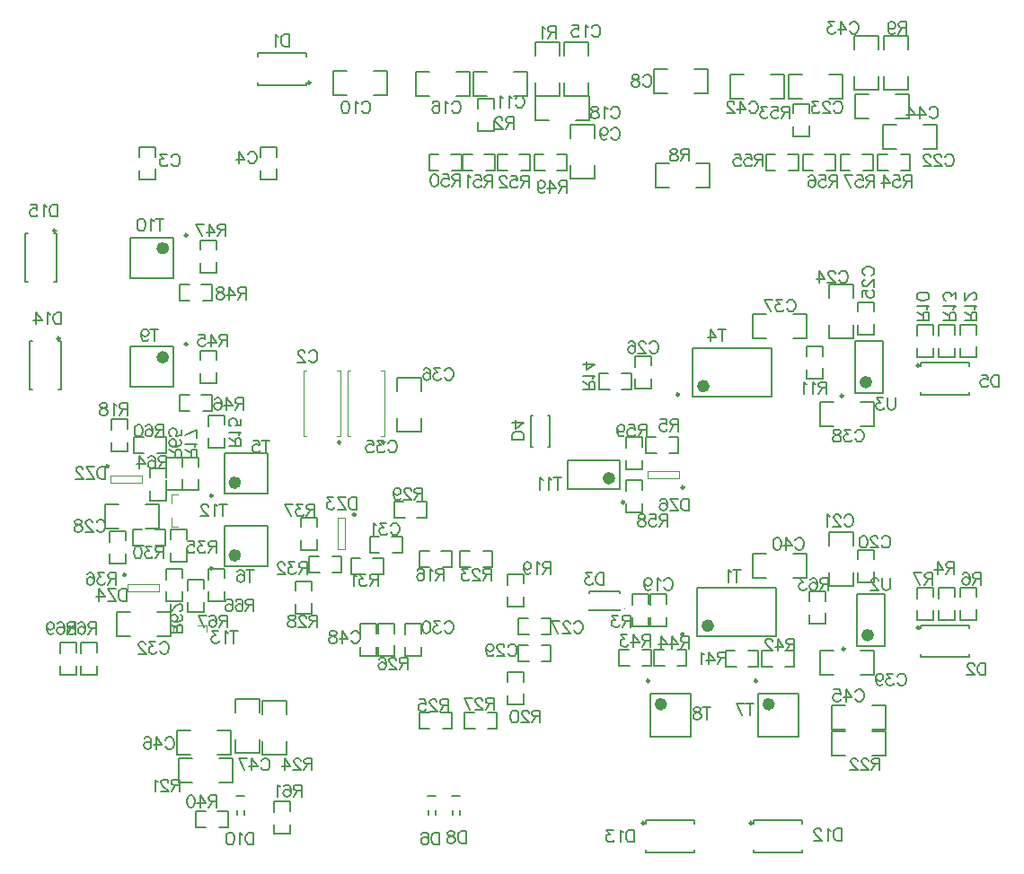
<source format=gbr>
G04 Layer_Color=32896*
%FSLAX26Y26*%
%MOIN*%
%TF.FileFunction,Legend,Bot*%
%TF.Part,Single*%
G01*
G75*
%TA.AperFunction,NonConductor*%
%ADD92C,0.009842*%
%ADD93C,0.023622*%
%ADD94C,0.003937*%
%ADD95C,0.008000*%
%ADD96C,0.004000*%
%ADD97C,0.005905*%
%ADD98C,0.007874*%
D92*
X2091968Y2896535D02*
G03*
X2091968Y2896535I-4921J0D01*
G01*
Y3166535D02*
G03*
X2091968Y3166535I-4921J0D01*
G01*
X1705709Y3275591D02*
G03*
X1705709Y3275591I-4921J0D01*
G01*
X1769055Y2872244D02*
G03*
X1769055Y2872244I-4921J0D01*
G01*
X2566329Y3364331D02*
G03*
X2566329Y3364331I-4921J0D01*
G01*
X2622165Y3095866D02*
G03*
X2622165Y3095866I-4921J0D01*
G01*
X2729882Y3364331D02*
G03*
X2729882Y3364331I-4921J0D01*
G01*
X1997874Y3728465D02*
G03*
X1997874Y3728465I-4921J0D01*
G01*
Y4133465D02*
G03*
X1997874Y4133465I-4921J0D01*
G01*
X2455000Y4700000D02*
G03*
X2455000Y4700000I-4921J0D01*
G01*
X1509921Y4150079D02*
G03*
X1509921Y4150079I-4921J0D01*
G01*
X1524921Y3750079D02*
G03*
X1524921Y3750079I-4921J0D01*
G01*
X3618386Y3141378D02*
G03*
X3618386Y3141378I-4921J0D01*
G01*
X3840787Y3196496D02*
G03*
X3840787Y3196496I-4921J0D01*
G01*
X3839410Y2651535D02*
G03*
X3839410Y2651535I-4921J0D01*
G01*
X4111457Y2477953D02*
G03*
X4111457Y2477953I-4921J0D01*
G01*
X3711457D02*
G03*
X3711457Y2477953I-4921J0D01*
G01*
X3694843Y1950000D02*
G03*
X3694843Y1950000I-4921J0D01*
G01*
X4094843D02*
G03*
X4094843Y1950000I-4921J0D01*
G01*
X4437559Y2596535D02*
G03*
X4437559Y2596535I-4921J0D01*
G01*
X4714843Y2675000D02*
G03*
X4714843Y2675000I-4921J0D01*
G01*
X4715010Y3650000D02*
G03*
X4715010Y3650000I-4921J0D01*
G01*
X4431063Y3536535D02*
G03*
X4431063Y3536535I-4921J0D01*
G01*
X3822333Y3541535D02*
G03*
X3822333Y3541535I-4921J0D01*
G01*
D93*
X2185472Y2944567D02*
G03*
X2185472Y2944567I-11811J0D01*
G01*
Y3214567D02*
G03*
X2185472Y3214567I-11811J0D01*
G01*
X1918150Y3680433D02*
G03*
X1918150Y3680433I-11811J0D01*
G01*
Y4085433D02*
G03*
X1918150Y4085433I-11811J0D01*
G01*
X3573898Y3230945D02*
G03*
X3573898Y3230945I-11811J0D01*
G01*
X3923711Y3572835D02*
G03*
X3923711Y3572835I-11811J0D01*
G01*
X4527520Y3587913D02*
G03*
X4527520Y3587913I-11811J0D01*
G01*
X3940787Y2682835D02*
G03*
X3940787Y2682835I-11811J0D01*
G01*
X3766378Y2391339D02*
G03*
X3766378Y2391339I-11811J0D01*
G01*
X4166378D02*
G03*
X4166378Y2391339I-11811J0D01*
G01*
X4534016Y2647913D02*
G03*
X4534016Y2647913I-11811J0D01*
G01*
D94*
X1894055Y2811220D02*
Y2838780D01*
X1775945D01*
Y2811220D01*
X1894055D01*
X1830709Y3214567D02*
Y3242126D01*
X1712598D01*
Y3214567D01*
X1830709D01*
X2427549Y3387953D02*
X2439360D01*
X2427549D02*
Y3632047D01*
X2439360D01*
X2553533Y3387953D02*
X2565344D01*
Y3632047D01*
X2553533D01*
X2591102D02*
X2602913D01*
X2717087D02*
X2728898D01*
Y3387953D01*
X2717087D01*
X2602913D02*
X2591102D01*
Y3632047D01*
X2583780Y3084055D02*
Y2965945D01*
X2556220D01*
Y3084055D01*
X2583780D01*
X3338583Y3478346D02*
G03*
X3338583Y3478346I-1968J0D01*
G01*
X3705945Y3257520D02*
X3824055D01*
Y3229961D01*
X3705945D01*
Y3257520D01*
X3619803Y2745472D02*
G03*
X3619803Y2745472I-1968J0D01*
G01*
D95*
X2030000Y1935000D02*
Y1995000D01*
X2065000D01*
X2076306Y2007874D02*
X2091302Y2031440D01*
X2087018D02*
X2106299D01*
X2087018D02*
X2080590Y2033583D01*
X2078448Y2035725D01*
X2076306Y2040010D01*
Y2044295D01*
X2078448Y2048580D01*
X2080590Y2050722D01*
X2087018Y2052864D01*
X2106299D01*
Y2007874D01*
X2110000Y1995000D02*
X2150000D01*
Y1935000D01*
X2115000D01*
X2065000D02*
X2030000D01*
X2141045Y1895787D02*
X2143188Y1906499D01*
X2147472Y1912927D01*
X2153900Y1915069D01*
X2158184D01*
X2164612Y1912927D01*
X2168896Y1906499D01*
X2171039Y1895787D01*
Y1889360D01*
X2168896Y1878648D01*
X2164612Y1872221D01*
X2158184Y1870079D01*
X2153900D01*
X2147472Y1872221D01*
X2143188Y1878648D01*
X2141045Y1889360D01*
Y1895787D01*
X2199747Y1908642D02*
X2193320Y1915069D01*
Y1870079D01*
X2218386Y1876506D02*
X2222671Y1872221D01*
X2229098Y1870079D01*
X2244095D01*
Y1915069D01*
X2229098D01*
X2222671Y1912927D01*
X2218386Y1908642D01*
X2216243Y1904357D01*
X2214101Y1897930D01*
Y1887218D01*
X2216243Y1880791D01*
X2218386Y1876506D01*
X2204032Y1906499D02*
X2199747Y1908642D01*
X2320000Y1910000D02*
X2380000D01*
Y1945000D01*
X2320000D02*
Y1910000D01*
Y1990000D02*
Y2030000D01*
X2380000D01*
Y1995000D01*
X2379055Y2053671D02*
X2374770Y2049387D01*
X2368343Y2047244D01*
X2366200D01*
X2359773Y2049387D01*
X2355488Y2053671D01*
X2353346Y2060099D01*
Y2062241D01*
X2355488Y2068668D01*
X2359773Y2072953D01*
X2366200Y2075095D01*
X2368343D01*
X2374770Y2072953D01*
X2379055Y2068668D01*
X2381197Y2062241D01*
X2379055Y2053671D01*
X2381197Y2062241D02*
Y2072953D01*
X2379055Y2083665D01*
X2374770Y2090092D01*
X2368343Y2092235D01*
X2364058D01*
X2357631Y2090092D01*
X2355488Y2085807D01*
X2343491Y2083665D02*
X2339206Y2085807D01*
X2332779Y2092235D01*
Y2047244D01*
X2391266D02*
X2406263Y2070811D01*
X2401978D02*
X2421260D01*
X2401978D02*
X2395551Y2072953D01*
X2393409Y2075095D01*
X2391266Y2079380D01*
Y2083665D01*
X2393409Y2087950D01*
X2395551Y2090092D01*
X2401978Y2092235D01*
X2421260D01*
Y2047244D01*
X2460630Y2145669D02*
Y2190660D01*
X2441348D01*
X2434921Y2188517D01*
X2432779Y2186375D01*
X2430636Y2182090D01*
Y2177805D01*
X2432779Y2173521D01*
X2434921Y2171378D01*
X2441348Y2169236D01*
X2460630D01*
X2365000Y2355000D02*
Y2405000D01*
X2275000D01*
Y2355000D01*
X2265000Y2360000D02*
Y2410000D01*
X2175000D01*
Y2360000D01*
X2160000Y2295000D02*
X2110000D01*
X2010000D02*
X1960000D01*
Y2205000D01*
X2010000D01*
X2016929Y2190669D02*
X1966929D01*
Y2100669D01*
X2016929D01*
X2013319Y2052864D02*
X2019746Y2050722D01*
X2024031Y2044295D01*
X2026174Y2033583D01*
Y2027156D01*
X2024031Y2016444D01*
X2019746Y2010016D01*
X2013319Y2007874D01*
X2009034D01*
X2002607Y2010016D01*
X1998322Y2016444D01*
X1996180Y2027156D01*
Y2033583D01*
X1998322Y2044295D01*
X2002607Y2050722D01*
X2009034Y2052864D01*
X2013319D01*
X2044812D02*
X2066236Y2022871D01*
X2034100D01*
X2044812Y2007874D02*
Y2052864D01*
X2116929Y2100669D02*
X2166929D01*
Y2190669D01*
X2116929D01*
X2110000Y2205000D02*
X2160000D01*
Y2295000D01*
X2175000Y2260000D02*
Y2210000D01*
X2265000D01*
Y2260000D01*
X2275000Y2255000D02*
Y2205000D01*
X2365000D01*
Y2255000D01*
X2359080Y2190660D02*
X2380504Y2160666D01*
X2348368D01*
X2359080Y2145669D02*
Y2190660D01*
X2397001Y2188517D02*
X2394858Y2186375D01*
X2392716Y2182090D01*
Y2177805D01*
X2394858Y2173521D01*
X2399143Y2167093D01*
X2420567Y2145669D01*
X2390573D01*
X2430636D02*
X2445633Y2169236D01*
X2418425Y2179948D02*
Y2182090D01*
X2416282Y2186375D01*
X2414140Y2188517D01*
X2409855Y2190660D01*
X2401285D01*
X2397001Y2188517D01*
X2298865Y2184233D02*
X2301007Y2179948D01*
X2303150Y2173521D01*
Y2162809D01*
X2301007Y2156381D01*
X2298865Y2152097D01*
X2294580Y2147812D01*
X2290295Y2145669D01*
X2281726D01*
X2277441Y2147812D01*
X2273156Y2152097D01*
X2271014Y2156381D01*
X2258374Y2160666D02*
X2226238D01*
X2236950Y2145669D02*
Y2190660D01*
X2258374Y2160666D01*
X2271014Y2179948D02*
X2273156Y2184233D01*
X2277441Y2188517D01*
X2281726Y2190660D01*
X2290295D01*
X2294580Y2188517D01*
X2298865Y2184233D01*
X2218311Y2190660D02*
X2188317D01*
X2209741Y2145669D01*
X1924849Y2585167D02*
X1920564Y2580883D01*
X1916280Y2578740D01*
X1907710D01*
X1903425Y2580883D01*
X1899140Y2585167D01*
X1896998Y2589452D01*
X1884358Y2587310D02*
X1882215Y2583025D01*
X1880073Y2580883D01*
X1873646Y2578740D01*
X1867219D01*
X1860791Y2580883D01*
X1856507Y2585167D01*
X1854364Y2591595D01*
Y2595879D01*
X1856507Y2602307D01*
X1858649Y2604449D01*
X1862934Y2606591D01*
X1869361D01*
X1856507Y2623731D01*
X1880073D01*
X1899140Y2617303D02*
X1903425Y2621588D01*
X1907710Y2623731D01*
X1916280D01*
X1920564Y2621588D01*
X1924849Y2617303D01*
X1926992Y2613019D01*
X1929134Y2606591D01*
Y2595879D01*
X1926992Y2589452D01*
X1924849Y2585167D01*
X1844295Y2578740D02*
X1814301D01*
X1822871Y2600164D02*
X1844295Y2578740D01*
X2088846Y2624537D02*
X2093131Y2620253D01*
X2099558Y2618110D01*
X2105985D01*
X2112412Y2620253D01*
X2114555Y2622395D01*
X2116697Y2626680D01*
X2088846Y2624537D02*
X2086703Y2630965D01*
Y2635249D01*
X2088846Y2641677D01*
X2090988Y2643819D01*
X2095273Y2645961D01*
X2101700D01*
X2088846Y2663101D01*
X2112412D01*
X2115676Y2677165D02*
X2130673Y2700732D01*
X2126388D02*
X2145669D01*
Y2722156D02*
Y2677165D01*
X2145405Y2656673D02*
X2138978Y2663101D01*
Y2618110D01*
X2126388Y2700732D02*
X2119961Y2702874D01*
X2117818Y2705017D01*
X2115676Y2709301D01*
Y2713586D01*
X2117818Y2717871D01*
X2119961Y2720013D01*
X2126388Y2722156D01*
X2145669D01*
X2144901Y2738363D02*
X2140617Y2742648D01*
X2138474Y2749075D01*
Y2751217D01*
X2140617Y2757644D01*
X2144901Y2761929D01*
X2151329Y2764072D01*
X2153471D01*
X2159898Y2761929D01*
X2164183Y2757644D01*
X2166325Y2751217D01*
X2164183Y2742648D01*
X2159898Y2738363D01*
X2153471Y2736220D01*
X2151329D01*
X2144901Y2738363D01*
X2166325Y2751217D02*
Y2761929D01*
X2164183Y2772641D01*
X2159898Y2779068D01*
X2153471Y2781211D01*
X2149186D01*
X2142759Y2779068D01*
X2140617Y2774784D01*
X2136299Y2774646D02*
Y2809646D01*
Y2774646D02*
X2076299D01*
Y2809646D01*
X2057559Y2820276D02*
Y2855276D01*
X1997559D01*
Y2815276D01*
Y2770276D02*
Y2735276D01*
X2057559D01*
Y2770276D01*
X2076299Y2854646D02*
Y2894646D01*
X2136299D01*
Y2859646D01*
X2099179Y2720013D02*
X2103464Y2713586D01*
X2105606Y2702874D01*
Y2692162D01*
X2103464Y2683593D01*
X2099179Y2679308D01*
X2092752Y2677165D01*
X2090610D01*
X2084182Y2679308D01*
X2079898Y2683593D01*
X2077755Y2690020D01*
Y2692162D01*
X2079898Y2698589D01*
X2084182Y2702874D01*
X2090610Y2705017D01*
X2092752D01*
X2099179Y2702874D01*
X2103464Y2698589D01*
X2105606Y2692162D01*
X2099179Y2720013D02*
X2092752Y2722156D01*
X2088467D01*
X2082040Y2720013D01*
X2079898Y2715729D01*
X2067900Y2722156D02*
X2037907D01*
X2059331Y2677165D01*
X2145405Y2656673D02*
X2149690Y2654531D01*
X2155046Y2663101D02*
X2185039D01*
X2170043D02*
Y2618110D01*
X2182608Y2738363D02*
X2178323Y2742648D01*
X2176180Y2749075D01*
Y2751217D01*
X2178323Y2757644D01*
X2182608Y2761929D01*
X2189035Y2764072D01*
X2191177D01*
X2197604Y2761929D01*
X2201889Y2757644D01*
X2204032Y2751217D01*
X2201889Y2742648D01*
X2197604Y2738363D01*
X2191177Y2736220D01*
X2189035D01*
X2182608Y2738363D01*
X2214101Y2736220D02*
X2229098Y2759787D01*
X2224813D02*
X2244095D01*
X2224813D02*
X2218386Y2761929D01*
X2216243Y2764072D01*
X2214101Y2768356D01*
Y2772641D01*
X2216243Y2776926D01*
X2218386Y2779068D01*
X2224813Y2781211D01*
X2244095D01*
Y2736220D01*
X2204032Y2751217D02*
Y2761929D01*
X2201889Y2772641D01*
X2197604Y2779068D01*
X2191177Y2781211D01*
X2186892D01*
X2180465Y2779068D01*
X2178323Y2774784D01*
X2188226Y2847142D02*
X2183942Y2851427D01*
X2181799Y2857854D01*
Y2859997D01*
X2183942Y2866424D01*
X2188226Y2870709D01*
X2194654Y2872851D01*
X2196796D01*
X2203223Y2870709D01*
X2207508Y2866424D01*
X2209650Y2859997D01*
X2207508Y2851427D01*
X2203223Y2847142D01*
X2196796Y2845000D01*
X2194654D01*
X2188226Y2847142D01*
X2209650Y2859997D02*
Y2870709D01*
X2207508Y2881421D01*
X2203223Y2887848D01*
X2196796Y2889990D01*
X2192511D01*
X2186084Y2887848D01*
X2183942Y2883563D01*
X2215006Y2889990D02*
X2245000D01*
X2230003D02*
Y2845000D01*
X2374481Y2720013D02*
X2380908Y2722156D01*
X2389477D01*
X2395905Y2720013D01*
X2398047Y2715729D01*
Y2711444D01*
X2395905Y2707159D01*
X2391620Y2705017D01*
X2383050Y2702874D01*
X2376623Y2700732D01*
X2372338Y2696447D01*
X2370196Y2692162D01*
Y2685735D01*
X2372338Y2681450D01*
X2374481Y2679308D01*
X2380908Y2677165D01*
X2389477D01*
X2395905Y2679308D01*
X2398047Y2681450D01*
X2400189Y2685735D01*
Y2692162D01*
X2398047Y2696447D01*
X2393762Y2700732D01*
X2387335Y2702874D01*
X2378765Y2705017D01*
X2374481Y2707159D01*
X2372338Y2711444D01*
Y2715729D01*
X2374481Y2720013D01*
X2400000Y2728465D02*
X2460000D01*
Y2768465D01*
Y2813465D02*
Y2848465D01*
X2400000D01*
Y2813465D01*
Y2763465D02*
Y2728465D01*
X2416686Y2720013D02*
X2414543Y2717871D01*
X2412401Y2713586D01*
Y2709301D01*
X2414543Y2705017D01*
X2418828Y2698589D01*
X2440252Y2677165D01*
X2410259D01*
X2416686Y2720013D02*
X2420971Y2722156D01*
X2429540D01*
X2433825Y2720013D01*
X2435967Y2717871D01*
X2438110Y2713586D01*
Y2711444D01*
X2450321Y2713586D02*
Y2709301D01*
X2452464Y2705017D01*
X2454606Y2702874D01*
X2461033Y2700732D01*
X2480315D01*
X2465318D02*
X2450321Y2677165D01*
X2480315D02*
Y2722156D01*
X2461033D01*
X2454606Y2720013D01*
X2452464Y2717871D01*
X2450321Y2713586D01*
X2527248Y2660958D02*
X2533675Y2663101D01*
X2542244D01*
X2548672Y2660958D01*
X2550814Y2656673D01*
Y2652389D01*
X2548672Y2648104D01*
X2544387Y2645961D01*
X2535817Y2643819D01*
X2529390Y2641677D01*
X2525105Y2637392D01*
X2522963Y2633107D01*
Y2626680D01*
X2525105Y2622395D01*
X2527248Y2620253D01*
X2533675Y2618110D01*
X2542244D01*
X2548672Y2620253D01*
X2550814Y2622395D01*
X2552956Y2626680D01*
Y2633107D01*
X2550814Y2637392D01*
X2546529Y2641677D01*
X2540102Y2643819D01*
X2531532Y2645961D01*
X2527248Y2648104D01*
X2525105Y2652389D01*
Y2656673D01*
X2527248Y2660958D01*
X2571595Y2663101D02*
X2593019Y2633107D01*
X2560883D01*
X2571595Y2618110D02*
Y2663101D01*
X2640000Y2570000D02*
Y2605000D01*
X2633510Y2624537D02*
X2629226Y2620253D01*
X2624941Y2618110D01*
X2616371D01*
X2612086Y2620253D01*
X2607802Y2624537D01*
X2605659Y2628822D01*
Y2652389D02*
X2607802Y2656673D01*
X2612086Y2660958D01*
X2616371Y2663101D01*
X2624941D01*
X2629226Y2660958D01*
X2633510Y2656673D01*
X2635653Y2652389D01*
X2637795Y2645961D01*
Y2635249D01*
X2635653Y2628822D01*
X2633510Y2624537D01*
X2640000Y2650000D02*
Y2690000D01*
X2700000D01*
Y2655000D01*
X2706535D02*
Y2690000D01*
X2766535D01*
Y2655000D01*
X2806535Y2650000D02*
Y2690000D01*
X2866535D01*
Y2655000D01*
X2876595Y2657142D02*
X2872310Y2663570D01*
X2870168Y2674282D01*
Y2680709D01*
X2872310Y2691421D01*
X2876595Y2697848D01*
X2883022Y2699990D01*
X2887307D01*
X2893734Y2697848D01*
X2898019Y2691421D01*
X2900161Y2680709D01*
Y2674282D01*
X2898019Y2663570D01*
X2893734Y2657142D01*
X2887307Y2655000D01*
X2883022D01*
X2876595Y2657142D01*
X2866535Y2605000D02*
Y2570000D01*
X2806535D01*
Y2605000D01*
X2766535Y2610000D02*
Y2570000D01*
X2706535D01*
Y2605000D01*
X2700000D02*
Y2570000D01*
X2640000D01*
X2711269Y2562533D02*
X2717696Y2564675D01*
X2721981D01*
X2728408Y2562533D01*
X2732693Y2556106D01*
X2734835Y2545394D01*
Y2534682D01*
X2732693Y2526112D01*
X2728408Y2521827D01*
X2721981Y2519685D01*
X2719838D01*
X2713411Y2521827D01*
X2709126Y2526112D01*
X2706984Y2532539D01*
Y2534682D01*
X2709126Y2541109D01*
X2713411Y2545394D01*
X2719838Y2547536D01*
X2721981D01*
X2728408Y2545394D01*
X2732693Y2541109D01*
X2734835Y2534682D01*
X2753474Y2541109D02*
X2774898Y2519685D01*
X2744904D01*
X2753474Y2541109D02*
X2749189Y2547536D01*
X2747047Y2551821D01*
Y2556106D01*
X2749189Y2560391D01*
X2751331Y2562533D01*
X2755616Y2564675D01*
X2764186D01*
X2768471Y2562533D01*
X2770613Y2560391D01*
X2772755Y2556106D01*
Y2553963D01*
X2784967Y2556106D02*
Y2551821D01*
X2787109Y2547536D01*
X2789252Y2545394D01*
X2795679Y2543251D01*
X2814961D01*
X2799964D02*
X2784967Y2519685D01*
X2814961D02*
Y2564675D01*
X2795679D01*
X2789252Y2562533D01*
X2787109Y2560391D01*
X2784967Y2556106D01*
X2859166Y2409990D02*
X2880590D01*
X2882732Y2390709D01*
X2880590Y2392851D01*
X2874162Y2394994D01*
X2867735D01*
X2861308Y2392851D01*
X2857023Y2388566D01*
X2854881Y2382139D01*
Y2377854D01*
X2857023Y2371427D01*
X2861308Y2367142D01*
X2867735Y2365000D01*
X2874162D01*
X2880590Y2367142D01*
X2882732Y2369285D01*
X2884874Y2373570D01*
X2894944Y2365000D02*
X2924937D01*
X2903513Y2386424D01*
X2899228Y2392851D01*
X2897086Y2397136D01*
Y2401421D01*
X2899228Y2405706D01*
X2901371Y2407848D01*
X2905656Y2409990D01*
X2914225D01*
X2918510Y2407848D01*
X2920652Y2405706D01*
X2922795Y2401421D01*
Y2399278D01*
X2935006Y2401421D02*
Y2397136D01*
X2937149Y2392851D01*
X2939291Y2390709D01*
X2945718Y2388566D01*
X2965000D01*
X2950003D02*
X2935006Y2365000D01*
X2940000Y2360000D02*
X2980000D01*
Y2300000D01*
X2945000D01*
X3026535D02*
X3066535D01*
X3111535D02*
X3146535D01*
Y2360000D01*
X3111535D01*
X3105006Y2370000D02*
X3120003Y2393566D01*
X3115718D02*
X3135000D01*
X3115718D02*
X3109291Y2395709D01*
X3107149Y2397851D01*
X3105006Y2402136D01*
Y2406421D01*
X3107149Y2410706D01*
X3109291Y2412848D01*
X3115718Y2414990D01*
X3135000D01*
Y2370000D01*
X3094937D02*
X3064944D01*
X3061535Y2360000D02*
X3026535D01*
Y2300000D01*
X3046305Y2370000D02*
X3024881Y2414990D01*
X3054874D01*
X2965000Y2409990D02*
Y2365000D01*
Y2409990D02*
X2945718D01*
X2939291Y2407848D01*
X2937149Y2405706D01*
X2935006Y2401421D01*
X3067086Y2402136D02*
X3069228Y2397851D01*
X3073513Y2391424D01*
X3094937Y2370000D01*
X3092795Y2404278D02*
Y2406421D01*
X3090652Y2410706D01*
X3088510Y2412848D01*
X3084225Y2414990D01*
X3075656D01*
X3071371Y2412848D01*
X3069228Y2410706D01*
X3067086Y2406421D01*
Y2402136D01*
X3185000Y2390000D02*
X3245000D01*
Y2430000D01*
X3247742Y2367825D02*
X3243457Y2365683D01*
X3241315Y2363540D01*
X3239173Y2359255D01*
Y2354971D01*
X3241315Y2350686D01*
X3245600Y2344259D01*
X3267024Y2322835D01*
X3237030D01*
X3220534Y2324977D02*
X3214107Y2322835D01*
X3209822D01*
X3203395Y2324977D01*
X3199110Y2331404D01*
X3196967Y2342116D01*
Y2348543D01*
X3199110Y2359255D01*
X3203395Y2365683D01*
X3209822Y2367825D01*
X3214107D01*
X3220534Y2365683D01*
X3224819Y2359255D01*
X3226961Y2348543D01*
Y2342116D01*
X3224819Y2331404D01*
X3220534Y2324977D01*
X3277093Y2322835D02*
X3292090Y2346401D01*
X3287805D02*
X3307087D01*
X3287805D02*
X3281378Y2348543D01*
X3279235Y2350686D01*
X3277093Y2354971D01*
Y2359255D01*
X3279235Y2363540D01*
X3281378Y2365683D01*
X3287805Y2367825D01*
X3307087D01*
Y2322835D01*
X3264881Y2357113D02*
Y2359255D01*
X3262739Y2363540D01*
X3260597Y2365683D01*
X3256312Y2367825D01*
X3247742D01*
X3245000Y2475000D02*
Y2510000D01*
X3185000D01*
Y2475000D01*
X3175224Y2570000D02*
X3145230D01*
X3130876Y2572142D02*
X3133019Y2576427D01*
X3130876Y2572142D02*
X3124449Y2570000D01*
X3120164D01*
X3113737Y2572142D01*
X3109452Y2578570D01*
X3107310Y2589282D01*
Y2599994D01*
X3109452Y2593566D01*
X3113737Y2589282D01*
X3120164Y2587139D01*
X3122307D01*
X3128734Y2589282D01*
X3133019Y2593566D01*
X3135161Y2599994D01*
Y2602136D01*
X3133019Y2608563D01*
X3128734Y2612848D01*
X3122307Y2614990D01*
X3120164D01*
X3113737Y2612848D01*
X3109452Y2608563D01*
X3107310Y2599994D01*
X3149515Y2597851D02*
X3153800Y2591424D01*
X3175224Y2570000D01*
X3194291Y2572142D02*
X3190006Y2576427D01*
X3187864Y2580712D01*
X3194291Y2572142D02*
X3198576Y2570000D01*
X3207146D01*
X3211430Y2572142D01*
X3215715Y2576427D01*
X3217858Y2580712D01*
X3220000Y2587139D01*
Y2597851D01*
X3217858Y2604278D01*
X3215715Y2608563D01*
X3211430Y2612848D01*
X3207146Y2614990D01*
X3198576D01*
X3194291Y2612848D01*
X3190006Y2608563D01*
X3187864Y2604278D01*
X3173081D02*
Y2606421D01*
X3170939Y2610706D01*
X3168797Y2612848D01*
X3164512Y2614990D01*
X3155942D01*
X3151657Y2612848D01*
X3149515Y2610706D01*
X3147373Y2606421D01*
Y2602136D01*
X3149515Y2597851D01*
X3185000Y2425000D02*
Y2390000D01*
X3226535Y2550000D02*
Y2610000D01*
X3261535D01*
X3266535Y2650000D02*
X3226535D01*
Y2710000D01*
X3261535D01*
X3311535D02*
X3346535D01*
Y2650000D01*
X3311535D01*
Y2610000D02*
X3346535D01*
Y2550000D01*
X3311535D01*
X3266535D02*
X3226535D01*
X3371591Y2655000D02*
X3350168Y2699990D01*
X3380161D01*
X3396657Y2697848D02*
X3394515Y2695706D01*
X3392373Y2691421D01*
Y2687136D01*
X3394515Y2682851D01*
X3398800Y2676424D01*
X3420224Y2655000D01*
X3390230D01*
X3396657Y2697848D02*
X3400942Y2699990D01*
X3409512D01*
X3413797Y2697848D01*
X3415939Y2695706D01*
X3418081Y2691421D01*
Y2689278D01*
X3432864D02*
X3435006Y2693563D01*
X3439291Y2697848D01*
X3443576Y2699990D01*
X3452146D01*
X3456430Y2697848D01*
X3460715Y2693563D01*
X3462858Y2689278D01*
X3465000Y2682851D01*
Y2672139D01*
X3462858Y2665712D01*
X3460715Y2661427D01*
X3456430Y2657142D01*
X3452146Y2655000D01*
X3443576D01*
X3439291Y2657142D01*
X3435006Y2661427D01*
X3432864Y2665712D01*
X3600000Y2595000D02*
X3635000D01*
X3600000D02*
Y2535000D01*
X3640000D01*
X3685000D02*
X3720000D01*
Y2595000D01*
X3685000D01*
X3730000D02*
X3765000D01*
X3756718Y2598425D02*
Y2643416D01*
X3778142Y2613422D01*
X3746006D01*
X3715000Y2605000D02*
Y2649990D01*
X3695718D01*
X3689291Y2647848D01*
X3687149Y2645706D01*
X3685006Y2641421D01*
Y2637136D01*
X3687149Y2632851D01*
X3689291Y2630709D01*
X3695718Y2628566D01*
X3715000D01*
X3700003D02*
X3685006Y2605000D01*
X3674937Y2619997D02*
X3642801D01*
X3634874Y2613570D02*
X3632732Y2609285D01*
X3630590Y2607142D01*
X3624162Y2605000D01*
X3617735D01*
X3611308Y2607142D01*
X3607023Y2611427D01*
X3604881Y2617854D01*
Y2622139D01*
X3607023Y2628566D01*
X3609166Y2630709D01*
X3613450Y2632851D01*
X3619878D01*
X3607023Y2649990D01*
X3630590D01*
X3653513D02*
X3674937Y2619997D01*
X3710000Y2680000D02*
Y2715000D01*
X3715000D02*
Y2680000D01*
X3775000D01*
Y2715000D01*
X3796781Y2643416D02*
X3818205Y2613422D01*
X3786069D01*
X3796781Y2643416D02*
Y2598425D01*
X3815000Y2595000D02*
X3850000D01*
Y2535000D01*
X3815000D01*
X3770000D02*
X3730000D01*
Y2595000D01*
X3878942Y2377848D02*
X3885369Y2379990D01*
X3893938D01*
X3900366Y2377848D01*
X3902508Y2373563D01*
Y2369278D01*
X3900366Y2364994D01*
X3896081Y2362851D01*
X3887511Y2360709D01*
X3881084Y2358566D01*
X3876799Y2354282D01*
X3874657Y2349997D01*
Y2343570D01*
X3876799Y2339285D01*
X3878942Y2337142D01*
X3885369Y2335000D01*
X3893938D01*
X3900366Y2337142D01*
X3902508Y2339285D01*
X3904650Y2343570D01*
Y2349997D01*
X3902508Y2354282D01*
X3898223Y2358566D01*
X3891796Y2360709D01*
X3883226Y2362851D01*
X3878942Y2364994D01*
X3876799Y2369278D01*
Y2373563D01*
X3878942Y2377848D01*
X3910006Y2379990D02*
X3940000D01*
X3925003D02*
Y2335000D01*
X4056081Y2350000D02*
X4034657Y2394990D01*
X4064650D01*
X4070006D02*
X4100000D01*
X4085003D02*
Y2350000D01*
X4170000Y2530000D02*
X4130000D01*
Y2590000D01*
X4165000D01*
X4169874D02*
X4139881D01*
X4169874D02*
X4148450Y2611424D01*
X4144166Y2617851D01*
X4142023Y2622136D01*
Y2626421D01*
X4144166Y2630706D01*
X4146308Y2632848D01*
X4150593Y2634990D01*
X4159162D01*
X4163447Y2632848D01*
X4165590Y2630706D01*
X4167732Y2626421D01*
Y2624278D01*
X4177801Y2604997D02*
X4209937D01*
X4188513Y2634990D01*
Y2590000D01*
X4215000D02*
X4250000D01*
Y2530000D01*
X4215000D01*
X4220006Y2590000D02*
X4235003Y2613566D01*
X4230718D02*
X4250000D01*
X4230718D02*
X4224291Y2615709D01*
X4222149Y2617851D01*
X4220006Y2622136D01*
Y2626421D01*
X4222149Y2630706D01*
X4224291Y2632848D01*
X4230718Y2634990D01*
X4250000D01*
Y2590000D01*
X4397326Y2446565D02*
X4418750D01*
X4420893Y2427284D01*
X4418750Y2429426D01*
X4412323Y2431568D01*
X4405896D01*
X4399469Y2429426D01*
X4395184Y2425141D01*
X4393042Y2418714D01*
Y2414429D01*
X4395184Y2408002D01*
X4399469Y2403717D01*
X4405896Y2401575D01*
X4412323D01*
X4418750Y2403717D01*
X4420893Y2405860D01*
X4423035Y2410144D01*
X4430962Y2416572D02*
X4463098D01*
X4441674Y2446565D01*
Y2401575D01*
X4438189Y2387520D02*
X4388189D01*
Y2297520D01*
X4438189D01*
X4538189D02*
X4588189D01*
Y2387520D01*
X4538189D01*
X4503589Y2408002D02*
X4499304Y2403717D01*
X4495020Y2401575D01*
X4486450D01*
X4482165Y2403717D01*
X4477880Y2408002D01*
X4475738Y2412287D01*
Y2435853D02*
X4477880Y2440138D01*
X4482165Y2444423D01*
X4486450Y2446565D01*
X4495020D01*
X4499304Y2444423D01*
X4503589Y2440138D01*
X4505732Y2435853D01*
X4507874Y2429426D01*
Y2418714D01*
X4505732Y2412287D01*
X4503589Y2408002D01*
X4538189Y2289095D02*
X4588189D01*
Y2199095D01*
X4538189D01*
X4541220Y2188517D02*
X4539078Y2186375D01*
X4536935Y2182090D01*
Y2177805D01*
X4539078Y2173521D01*
X4541220Y2171378D01*
X4547648Y2169236D01*
X4566929D01*
X4551932D02*
X4536935Y2145669D01*
X4526866D02*
X4496873D01*
X4486803D02*
X4456810D01*
X4465380Y2167093D02*
X4486803Y2145669D01*
X4484661Y2179948D02*
Y2182090D01*
X4482519Y2186375D01*
X4480376Y2188517D01*
X4476092Y2190660D01*
X4467522D01*
X4463237Y2188517D01*
X4461095Y2186375D01*
X4458952Y2182090D01*
Y2177805D01*
X4461095Y2173521D01*
X4465380Y2167093D01*
X4505442D02*
X4526866Y2145669D01*
X4524724Y2179948D02*
Y2182090D01*
X4522582Y2186375D01*
X4520439Y2188517D01*
X4516154Y2190660D01*
X4507585D01*
X4503300Y2188517D01*
X4501158Y2186375D01*
X4499015Y2182090D01*
Y2177805D01*
X4501158Y2173521D01*
X4505442Y2167093D01*
X4541220Y2188517D02*
X4547648Y2190660D01*
X4566929D01*
Y2145669D01*
X4438189Y2199095D02*
X4388189D01*
Y2289095D01*
X4438189D01*
X4425000Y1929990D02*
Y1885000D01*
X4410003D01*
X4403576Y1887142D01*
X4399291Y1891427D01*
X4397149Y1895712D01*
X4395006Y1902139D01*
Y1912851D01*
X4397149Y1919278D01*
X4399291Y1923563D01*
X4403576Y1927848D01*
X4410003Y1929990D01*
X4425000D01*
X4384937Y1921421D02*
X4380652Y1923563D01*
X4374225Y1929990D01*
Y1885000D01*
X4351944D02*
X4321951D01*
X4330520Y1906424D02*
X4351944Y1885000D01*
X4349802Y1919278D02*
Y1921421D01*
X4347659Y1925706D01*
X4345517Y1927848D01*
X4341232Y1929990D01*
X4332663D01*
X4328378Y1927848D01*
X4326235Y1925706D01*
X4324093Y1921421D01*
Y1917136D01*
X4326235Y1912851D01*
X4330520Y1906424D01*
X4899143Y2521424D02*
X4920567Y2500000D01*
X4890574D01*
X4894858Y2527851D02*
X4899143Y2521424D01*
X4897001Y2542848D02*
X4894858Y2540706D01*
X4892716Y2536421D01*
Y2532136D01*
X4894858Y2527851D01*
X4897001Y2542848D02*
X4901285Y2544990D01*
X4909855D01*
X4914140Y2542848D01*
X4916282Y2540706D01*
X4918425Y2536421D01*
Y2534278D01*
X4932779D02*
X4930636Y2527851D01*
Y2517139D01*
X4932779Y2510712D01*
X4934921Y2506427D01*
X4939206Y2502142D01*
X4945633Y2500000D01*
X4960630D01*
Y2544990D01*
X4945633D01*
X4939206Y2542848D01*
X4934921Y2538563D01*
X4932779Y2534278D01*
X4925000Y2705000D02*
Y2745000D01*
Y2705000D02*
X4865000D01*
Y2740000D01*
X4845000D02*
Y2705000D01*
X4785000D01*
Y2740000D01*
X4765000D02*
Y2705000D01*
X4705000D01*
Y2740000D01*
X4656785Y2503478D02*
X4661069Y2499193D01*
X4663212Y2494908D01*
X4665354Y2488481D01*
Y2477769D01*
X4663212Y2471342D01*
X4661069Y2467057D01*
X4656785Y2462772D01*
X4652500Y2460630D01*
X4643930D01*
X4639645Y2462772D01*
X4635361Y2467057D01*
X4633218Y2471342D01*
X4620578Y2469200D02*
X4618436Y2464915D01*
X4616293Y2462772D01*
X4609866Y2460630D01*
X4603439D01*
X4597012Y2462772D01*
X4592727Y2467057D01*
X4590585Y2473484D01*
Y2477769D01*
X4592727Y2484196D01*
X4594869Y2486339D01*
X4599154Y2488481D01*
X4605581D01*
X4592727Y2505620D01*
X4616293D01*
X4635361Y2499193D02*
X4639645Y2503478D01*
X4643930Y2505620D01*
X4652500D01*
X4656785Y2503478D01*
X4635361Y2499193D02*
X4633218Y2494908D01*
X4580515Y2492766D02*
X4578373Y2499193D01*
X4574088Y2503478D01*
X4567661Y2505620D01*
X4565519D01*
X4559091Y2503478D01*
X4554807Y2499193D01*
X4552664Y2490624D01*
X4554807Y2484196D01*
X4559091Y2479912D01*
X4565519Y2477769D01*
X4567661D01*
X4574088Y2479912D01*
X4578373Y2484196D01*
X4580515Y2490624D01*
Y2492766D01*
X4578373Y2467057D02*
X4576231Y2462772D01*
X4569803Y2460630D01*
X4565519D01*
X4559091Y2462772D01*
X4554807Y2469200D01*
X4552664Y2479912D01*
Y2490624D01*
X4545000Y2500000D02*
Y2590000D01*
X4495000D01*
Y2500000D02*
X4545000D01*
X4365000Y2690000D02*
Y2730000D01*
Y2690000D02*
X4305000D01*
Y2725000D01*
X4345000Y2590000D02*
X4395000D01*
X4345000D02*
Y2500000D01*
X4395000D01*
X4593445Y2814961D02*
X4589160D01*
X4582733Y2817103D01*
X4578448Y2821388D01*
X4576306Y2827815D01*
Y2859951D01*
X4559595Y2855666D02*
X4557453Y2857809D01*
X4553168Y2859951D01*
X4544598D01*
X4540313Y2857809D01*
X4538171Y2855666D01*
X4536029Y2851381D01*
Y2847097D01*
X4538171Y2842812D01*
X4542456Y2836385D01*
X4563880Y2814961D01*
X4533886D01*
X4545000Y2845000D02*
Y2885000D01*
Y2845000D02*
X4485000D01*
Y2880000D01*
X4470000D02*
Y2830000D01*
X4380000D01*
Y2880000D01*
X4375000Y2859990D02*
Y2815000D01*
X4365000Y2810000D02*
Y2775000D01*
Y2810000D02*
X4305000D01*
Y2775000D01*
X4313513Y2817142D02*
X4309228Y2821427D01*
X4307086Y2827854D01*
Y2829997D01*
X4309228Y2836424D01*
X4313513Y2840709D01*
X4319940Y2842851D01*
X4322083D01*
X4328510Y2840709D01*
X4332795Y2836424D01*
X4334937Y2829997D01*
X4332795Y2821427D01*
X4328510Y2817142D01*
X4322083Y2815000D01*
X4319940D01*
X4313513Y2817142D01*
X4292946D02*
X4295089Y2819285D01*
X4297231Y2823570D01*
X4292946Y2817142D02*
X4286519Y2815000D01*
X4280092D01*
X4273665Y2817142D01*
X4269380Y2821427D01*
X4267237Y2827854D01*
Y2832139D01*
X4269380Y2838566D01*
X4271522Y2840709D01*
X4275807Y2842851D01*
X4282234D01*
X4269380Y2859990D01*
X4292946D01*
X4295000Y2860000D02*
Y2950000D01*
X4245000D01*
X4260291Y2967142D02*
X4256006Y2971427D01*
X4253864Y2975712D01*
X4260291Y2967142D02*
X4264576Y2965000D01*
X4273146D01*
X4277430Y2967142D01*
X4281715Y2971427D01*
X4283858Y2975712D01*
X4286000Y2982139D01*
Y2992851D01*
X4283858Y2999278D01*
X4281715Y3003563D01*
X4277430Y3007848D01*
X4273146Y3009990D01*
X4264576D01*
X4260291Y3007848D01*
X4256006Y3003563D01*
X4253864Y2999278D01*
X4241224Y2979997D02*
X4209088D01*
X4201161Y2984282D02*
X4199019Y2973570D01*
X4194734Y2967142D01*
X4188307Y2965000D01*
X4184022D01*
X4177595Y2967142D01*
X4173310Y2973570D01*
X4171167Y2984282D01*
Y2990709D01*
X4173310Y3001421D01*
X4177595Y3007848D01*
X4184022Y3009990D01*
X4188307D01*
X4194734Y3007848D01*
X4199019Y3001421D01*
X4201161Y2990709D01*
Y2984282D01*
X4219800Y2965000D02*
Y3009990D01*
X4241224Y2979997D01*
X4145000Y2950000D02*
X4095000D01*
Y2860000D01*
X4145000D01*
X4245000D02*
X4295000D01*
X4311371Y2857848D02*
X4317798Y2859990D01*
X4322083D01*
X4328510Y2857848D01*
X4332795Y2851421D01*
X4334937Y2840709D01*
Y2829997D01*
X4347149Y2842851D02*
X4349291Y2840709D01*
X4355718Y2838566D01*
X4375000D01*
X4360003D02*
X4345006Y2815000D01*
X4347149Y2842851D02*
X4345006Y2847136D01*
Y2851421D01*
X4347149Y2855706D01*
X4349291Y2857848D01*
X4355718Y2859990D01*
X4375000D01*
X4311371Y2857848D02*
X4309228Y2853563D01*
X4559595Y2855666D02*
X4561737Y2851381D01*
Y2849239D01*
X4606299Y2859951D02*
Y2827815D01*
X4604157Y2821388D01*
X4599872Y2817103D01*
X4593445Y2814961D01*
X4705000Y2825000D02*
X4765000D01*
Y2790000D01*
X4785000Y2785000D02*
Y2825000D01*
X4845000D01*
Y2790000D01*
X4865000D02*
Y2825000D01*
X4925000D01*
Y2790000D01*
X4910951Y2834646D02*
X4925948Y2858212D01*
X4921663D02*
X4940945D01*
X4921663D02*
X4915236Y2860354D01*
X4913094Y2862497D01*
X4910951Y2866782D01*
Y2871066D01*
X4913094Y2875351D01*
X4915236Y2877494D01*
X4921663Y2879636D01*
X4940945D01*
Y2834646D01*
X4898740Y2841073D02*
X4894455Y2836788D01*
X4888028Y2834646D01*
X4885885D01*
X4879458Y2836788D01*
X4875173Y2841073D01*
X4873031Y2847500D01*
Y2849642D01*
X4875173Y2856070D01*
X4879458Y2860354D01*
X4885885Y2862497D01*
X4888028D01*
X4894455Y2860354D01*
X4898740Y2856070D01*
X4900882Y2849642D01*
X4898740Y2841073D01*
X4900882Y2849642D02*
Y2860354D01*
X4898740Y2871066D01*
X4894455Y2877494D01*
X4888028Y2879636D01*
X4883743D01*
X4877316Y2877494D01*
X4875173Y2873209D01*
X4842520Y2874016D02*
Y2919006D01*
X4823238D01*
X4816811Y2916864D01*
X4814668Y2914721D01*
X4812526Y2910436D01*
Y2906152D01*
X4814668Y2901867D01*
X4816811Y2899724D01*
X4823238Y2897582D01*
X4842520D01*
X4827523D02*
X4812526Y2874016D01*
X4802457Y2889012D02*
X4770321D01*
X4763779Y2879636D02*
Y2834646D01*
Y2858212D02*
X4744498D01*
X4738071Y2860354D01*
X4735928Y2862497D01*
X4733786Y2866782D01*
Y2871066D01*
X4735928Y2875351D01*
X4738071Y2877494D01*
X4744498Y2879636D01*
X4763779D01*
X4781033Y2874016D02*
Y2919006D01*
X4802457Y2889012D01*
X4748783Y2858212D02*
X4733786Y2834646D01*
X4715147D02*
X4693723Y2879636D01*
X4723717D01*
X4705000Y2825000D02*
Y2785000D01*
X4602014Y2978868D02*
X4597730Y2974583D01*
X4593445Y2972441D01*
X4584875D01*
X4580590Y2974583D01*
X4576306Y2978868D01*
X4574163Y2983153D01*
X4561523Y2972441D02*
X4531529D01*
X4515033Y2974583D02*
X4508606Y2972441D01*
X4504321D01*
X4497894Y2974583D01*
X4493609Y2981010D01*
X4491467Y2991722D01*
Y2998150D01*
X4493609Y3008862D01*
X4497894Y3015289D01*
X4504321Y3017431D01*
X4508606D01*
X4515033Y3015289D01*
X4519318Y3008862D01*
X4521460Y2998150D01*
Y2991722D01*
X4519318Y2981010D01*
X4515033Y2974583D01*
X4545000Y2965000D02*
X4485000D01*
Y2930000D01*
X4545000D02*
Y2965000D01*
X4561523Y2972441D02*
X4540099Y2993865D01*
X4535814Y3000292D01*
X4533672Y3004577D01*
Y3008862D01*
X4535814Y3013146D01*
X4537957Y3015289D01*
X4542242Y3017431D01*
X4550811D01*
X4555096Y3015289D01*
X4557238Y3013146D01*
X4559381Y3008862D01*
Y3006719D01*
X4574163D02*
X4576306Y3011004D01*
X4580590Y3015289D01*
X4584875Y3017431D01*
X4593445D01*
X4597730Y3015289D01*
X4602014Y3011004D01*
X4604157Y3006719D01*
X4606299Y3000292D01*
Y2989580D01*
X4604157Y2983153D01*
X4602014Y2978868D01*
X4466361Y3061893D02*
X4464219Y3057608D01*
X4459934Y3053323D01*
X4455650Y3051181D01*
X4447080D01*
X4442795Y3053323D01*
X4438510Y3057608D01*
X4436368Y3061893D01*
Y3085459D02*
X4438510Y3089744D01*
X4442795Y3094029D01*
X4447080Y3096171D01*
X4455650D01*
X4459934Y3094029D01*
X4464219Y3089744D01*
X4466361Y3085459D01*
X4468504Y3079032D01*
Y3068320D01*
X4466361Y3061893D01*
X4470000Y3030000D02*
Y2980000D01*
Y3030000D02*
X4380000D01*
Y2980000D01*
X4372953Y3051181D02*
Y3096171D01*
X4379380Y3089744D01*
X4383665Y3087602D01*
X4395877D02*
Y3083317D01*
X4398019Y3079032D01*
X4402304Y3072605D01*
X4423728Y3051181D01*
X4393734D01*
X4395877Y3087602D02*
X4398019Y3091887D01*
X4400161Y3094029D01*
X4404446Y3096171D01*
X4413016D01*
X4417301Y3094029D01*
X4419443Y3091887D01*
X4421585Y3087602D01*
Y3085459D01*
X4602418Y3486394D02*
X4598133Y3490679D01*
X4595991Y3497106D01*
Y3529242D01*
X4625984D02*
Y3497106D01*
X4623842Y3490679D01*
X4619557Y3486394D01*
X4613130Y3484252D01*
X4608845D01*
X4602418Y3486394D01*
X4579280Y3529242D02*
X4555714D01*
X4568568Y3512103D01*
X4562141D01*
X4557856Y3509961D01*
X4555714Y3507818D01*
X4553571Y3501391D01*
Y3497106D01*
X4555714Y3490679D01*
X4559998Y3486394D01*
X4566426Y3484252D01*
X4572853D01*
X4579280Y3486394D01*
X4581422Y3488537D01*
X4583565Y3492822D01*
X4545000Y3515000D02*
X4495000D01*
X4545000D02*
Y3425000D01*
X4495000D01*
X4495020Y3411132D02*
X4499304Y3408990D01*
X4503589Y3404705D01*
X4505732Y3400420D01*
X4507874Y3393993D01*
Y3383281D01*
X4505732Y3376854D01*
X4503589Y3372569D01*
X4499304Y3368284D01*
X4495020Y3366142D01*
X4486450D01*
X4482165Y3368284D01*
X4477880Y3372569D01*
X4475738Y3376854D01*
X4463098Y3374711D02*
X4460956Y3370427D01*
X4458813Y3368284D01*
X4452386Y3366142D01*
X4445959D01*
X4439532Y3368284D01*
X4435247Y3372569D01*
X4433104Y3378996D01*
Y3383281D01*
X4435247Y3389708D01*
X4437389Y3391851D01*
X4441674Y3393993D01*
X4448101D01*
X4435247Y3411132D01*
X4458813D01*
X4477880Y3404705D02*
X4482165Y3408990D01*
X4486450Y3411132D01*
X4495020D01*
X4477880Y3404705D02*
X4475738Y3400420D01*
X4370079Y3543307D02*
Y3588298D01*
X4350797D01*
X4344370Y3586155D01*
X4342227Y3584013D01*
X4340085Y3579728D01*
Y3575443D01*
X4342227Y3571158D01*
X4344370Y3569016D01*
X4350797Y3566874D01*
X4370079D01*
X4355082D02*
X4340085Y3543307D01*
X4319304D02*
Y3588298D01*
X4325731Y3581870D01*
X4330016Y3579728D01*
X4297023D02*
X4292738Y3581870D01*
X4286311Y3588298D01*
Y3543307D01*
X4295167Y3600000D02*
X4355167D01*
Y3640000D01*
X4295167Y3635000D02*
Y3600000D01*
X4345000Y3515000D02*
X4395000D01*
X4345000D02*
Y3425000D01*
X4395000D01*
X4397326Y3408990D02*
X4403753Y3411132D01*
X4412323D01*
X4418750Y3408990D01*
X4420893Y3404705D01*
Y3400420D01*
X4418750Y3396135D01*
X4414466Y3393993D01*
X4405896Y3391851D01*
X4399469Y3389708D01*
X4395184Y3385423D01*
X4393042Y3381139D01*
Y3374711D01*
X4395184Y3370427D01*
X4397326Y3368284D01*
X4403753Y3366142D01*
X4412323D01*
X4418750Y3368284D01*
X4420893Y3370427D01*
X4423035Y3374711D01*
Y3381139D01*
X4420893Y3385423D01*
X4416608Y3389708D01*
X4410181Y3391851D01*
X4401611Y3393993D01*
X4397326Y3396135D01*
X4395184Y3400420D01*
Y3404705D01*
X4397326Y3408990D01*
X4705167Y3680000D02*
Y3715000D01*
Y3680000D02*
X4765167D01*
Y3715000D01*
X4785167D02*
Y3680000D01*
X4845167D01*
Y3715000D01*
X4865167D02*
Y3680000D01*
X4925167D01*
Y3720000D01*
Y3765000D02*
Y3800000D01*
X4865167D01*
Y3765000D01*
X4845167D02*
Y3800000D01*
X4785167D01*
Y3760000D01*
X4765167Y3765000D02*
Y3800000D01*
X4705167D01*
Y3760000D01*
X4704724Y3818898D02*
X4749715D01*
Y3838179D01*
X4747572Y3844606D01*
X4745430Y3846749D01*
X4741145Y3848891D01*
X4736860D01*
X4732576Y3846749D01*
X4730433Y3844606D01*
X4728291Y3838179D01*
Y3818898D01*
X4803150D02*
X4848140D01*
Y3838179D01*
X4845998Y3844606D01*
X4843855Y3846749D01*
X4839570Y3848891D01*
X4835286D01*
X4831001Y3846749D01*
X4828858Y3844606D01*
X4826716Y3838179D01*
Y3818898D01*
X4881890D02*
X4926880D01*
Y3838179D01*
X4924738Y3844606D01*
X4922595Y3846749D01*
X4918311Y3848891D01*
X4914026D01*
X4909741Y3846749D01*
X4907599Y3844606D01*
X4905456Y3838179D01*
Y3818898D01*
X4944396Y3614990D02*
X4965820D01*
X4967962Y3595709D01*
X4965820Y3597851D01*
X4959393Y3599994D01*
X4952965D01*
X4946538Y3597851D01*
X4942253Y3593566D01*
X4940111Y3587139D01*
Y3582854D01*
X4942253Y3576427D01*
X4946538Y3572142D01*
X4952965Y3570000D01*
X4959393D01*
X4965820Y3572142D01*
X4967962Y3574285D01*
X4970105Y3578570D01*
X4982316Y3580712D02*
X4984459Y3576427D01*
X4988743Y3572142D01*
X4995171Y3570000D01*
X5010167D01*
Y3614990D01*
X4995171D01*
X4988743Y3612848D01*
X4984459Y3608563D01*
X4982316Y3604278D01*
X4980174Y3597851D01*
Y3587139D01*
X4982316Y3580712D01*
X4905456Y3833894D02*
X4881890Y3848891D01*
Y3869672D02*
X4926880D01*
X4920453Y3863245D01*
X4918311Y3858960D01*
Y3894096D02*
X4922595Y3896238D01*
X4924738Y3898381D01*
X4926880Y3902665D01*
Y3911235D01*
X4924738Y3915520D01*
X4922595Y3917662D01*
X4918311Y3919805D01*
X4914026D01*
X4909741Y3917662D01*
X4903314Y3913377D01*
X4881890Y3891953D01*
Y3921947D01*
X4848140Y3919805D02*
X4831001Y3906950D01*
Y3913377D01*
X4828858Y3917662D01*
X4826716Y3919805D01*
X4820289Y3921947D01*
X4816004D01*
X4809577Y3919805D01*
X4805292Y3915520D01*
X4803150Y3909093D01*
Y3902665D01*
X4805292Y3896238D01*
X4807434Y3894096D01*
X4811719Y3891953D01*
X4803150Y3869672D02*
X4848140D01*
X4841713Y3863245D01*
X4839570Y3858960D01*
X4826716Y3833894D02*
X4803150Y3848891D01*
X4743288Y3863245D02*
X4749715Y3869672D01*
X4704724D01*
Y3848891D02*
X4728291Y3833894D01*
X4741145Y3858960D02*
X4743288Y3863245D01*
X4747572Y3898381D02*
X4741145Y3894096D01*
X4730433Y3891953D01*
X4724006D01*
X4713294Y3894096D01*
X4706867Y3898381D01*
X4704724Y3904808D01*
Y3909093D01*
X4706867Y3915520D01*
X4713294Y3919805D01*
X4724006Y3921947D01*
X4730433D01*
X4741145Y3919805D01*
X4747572Y3915520D01*
X4749715Y3909093D01*
Y3904808D01*
X4747572Y3898381D01*
X4848140Y3896238D02*
Y3919805D01*
X4916168Y3894096D02*
X4918311D01*
X4838235Y4396191D02*
X4833950Y4391906D01*
X4829665Y4389764D01*
X4821096D01*
X4816811Y4391906D01*
X4812526Y4396191D01*
X4810384Y4400476D01*
X4797744Y4389764D02*
X4767750D01*
X4757681D02*
X4727687D01*
X4736257Y4411188D02*
X4757681Y4389764D01*
X4755538Y4424042D02*
Y4426185D01*
X4753396Y4430469D01*
X4751254Y4432612D01*
X4746969Y4434754D01*
X4738399D01*
X4734114Y4432612D01*
X4731972Y4430469D01*
X4729830Y4426185D01*
Y4421900D01*
X4731972Y4417615D01*
X4736257Y4411188D01*
X4680000Y4435000D02*
X4645000D01*
X4680000D02*
Y4375000D01*
X4645000D01*
X4640692Y4356014D02*
X4642834Y4336732D01*
X4640692Y4338875D01*
X4634265Y4341017D01*
X4627837D01*
X4621410Y4338875D01*
X4617125Y4334590D01*
X4614983Y4328163D01*
Y4323878D01*
X4617125Y4317451D01*
X4621410Y4313166D01*
X4627837Y4311024D01*
X4634265D01*
X4640692Y4313166D01*
X4642834Y4315308D01*
X4644977Y4319593D01*
X4655046Y4311024D02*
X4670043Y4334590D01*
X4665758D02*
X4685039D01*
X4665758D02*
X4659331Y4336732D01*
X4657188Y4338875D01*
X4655046Y4343160D01*
Y4347444D01*
X4657188Y4351729D01*
X4659331Y4353872D01*
X4665758Y4356014D01*
X4685039D01*
Y4311024D01*
X4640692Y4356014D02*
X4619268D01*
X4600000Y4375000D02*
X4560000D01*
Y4435000D01*
X4595000D01*
X4604914Y4326020D02*
X4572778D01*
X4583490Y4311024D02*
Y4356014D01*
X4604914Y4326020D01*
X4776320Y4411188D02*
X4797744Y4389764D01*
X4795601Y4424042D02*
Y4426185D01*
X4793459Y4430469D01*
X4791316Y4432612D01*
X4787032Y4434754D01*
X4778462D01*
X4774177Y4432612D01*
X4772035Y4430469D01*
X4769892Y4426185D01*
Y4421900D01*
X4772035Y4417615D01*
X4776320Y4411188D01*
X4810384Y4424042D02*
X4812526Y4428327D01*
X4816811Y4432612D01*
X4821096Y4434754D01*
X4829665D01*
X4833950Y4432612D01*
X4838235Y4428327D01*
X4840377Y4424042D01*
X4842520Y4417615D01*
Y4406903D01*
X4840377Y4400476D01*
X4838235Y4396191D01*
X4780000Y4453010D02*
Y4543010D01*
X4730000D01*
X4717265Y4566929D02*
Y4611919D01*
X4738689Y4581926D01*
X4706552D01*
X4698626D02*
X4666490D01*
X4675000Y4566990D02*
Y4656990D01*
X4625000D01*
X4671020Y4675000D02*
Y4725000D01*
Y4675000D02*
X4581020D01*
Y4725000D01*
X4563010D02*
Y4675000D01*
X4473010D01*
Y4725000D01*
X4475000Y4656990D02*
X4525000D01*
X4475000D02*
Y4566990D01*
X4525000D01*
X4580000Y4543010D02*
X4630000D01*
X4625000Y4566990D02*
X4675000D01*
X4677202Y4566929D02*
Y4611919D01*
X4698626Y4581926D01*
X4730000Y4453010D02*
X4780000D01*
X4779180Y4573356D02*
X4774895Y4569072D01*
X4770610Y4566929D01*
X4762041D01*
X4757756Y4569072D01*
X4753471Y4573356D01*
X4751329Y4577641D01*
X4781322D02*
X4779180Y4573356D01*
X4781322Y4577641D02*
X4783465Y4584068D01*
Y4594780D01*
X4781322Y4601208D01*
X4779180Y4605492D01*
X4774895Y4609777D01*
X4770610Y4611919D01*
X4762041D01*
X4757756Y4609777D01*
X4753471Y4605492D01*
X4751329Y4601208D01*
X4671020Y4825000D02*
Y4875000D01*
X4581020D01*
Y4825000D01*
X4563010D02*
Y4875000D01*
X4473010D01*
Y4825000D01*
X4475335Y4881890D02*
X4466765D01*
X4462480Y4884032D01*
X4458195Y4888317D01*
X4456053Y4892602D01*
X4486047D02*
X4483904Y4888317D01*
X4479619Y4884032D01*
X4475335Y4881890D01*
X4486047Y4892602D02*
X4488189Y4899029D01*
Y4909741D01*
X4486047Y4916168D01*
X4483904Y4920453D01*
X4479619Y4924738D01*
X4475335Y4926880D01*
X4466765D01*
X4462480Y4924738D01*
X4458195Y4920453D01*
X4456053Y4916168D01*
X4443413Y4896887D02*
X4411277D01*
X4388353Y4909741D02*
X4381926D01*
X4377641Y4907599D01*
X4375499Y4905456D01*
X4373356Y4899029D01*
Y4894744D01*
X4375499Y4888317D01*
X4379784Y4884032D01*
X4386211Y4881890D01*
X4392638D01*
X4399065Y4884032D01*
X4401208Y4886175D01*
X4403350Y4890459D01*
X4421989Y4881890D02*
Y4926880D01*
X4443413Y4896887D01*
X4599583Y4890459D02*
X4603868Y4884032D01*
X4610295Y4881890D01*
X4614579D01*
X4621007Y4884032D01*
X4623149Y4888317D01*
X4635361Y4881890D02*
X4650358Y4905456D01*
X4646073D02*
X4665354D01*
X4646073D02*
X4639645Y4907599D01*
X4637503Y4909741D01*
X4635361Y4914026D01*
Y4918311D01*
X4637503Y4922595D01*
X4639645Y4924738D01*
X4646073Y4926880D01*
X4665354D01*
Y4881890D01*
X4599583Y4890459D02*
X4597440Y4901171D01*
Y4911883D01*
X4599583Y4905456D01*
X4603868Y4901171D01*
X4610295Y4899029D01*
X4612437D01*
X4618864Y4901171D01*
X4623149Y4905456D01*
X4625292Y4911883D01*
Y4914026D01*
X4623149Y4920453D01*
X4618864Y4924738D01*
X4612437Y4926880D01*
X4610295D01*
X4603868Y4924738D01*
X4599583Y4920453D01*
X4597440Y4911883D01*
X4388353Y4909741D02*
X4375499Y4926880D01*
X4399065D01*
X4280000Y4730000D02*
X4230000D01*
Y4640000D01*
X4280000D01*
X4245000Y4621990D02*
X4305000D01*
Y4586990D01*
X4320729Y4588757D02*
X4327156Y4586614D01*
X4333583D01*
X4340010Y4588757D01*
X4342153Y4590899D01*
X4344295Y4595184D01*
X4316444Y4593041D02*
X4320729Y4588757D01*
X4354364Y4586614D02*
X4384358D01*
X4362934Y4608038D01*
X4358649Y4614465D01*
X4356507Y4618750D01*
Y4623035D01*
X4358649Y4627320D01*
X4360791Y4629462D01*
X4365076Y4631605D01*
X4373646D01*
X4377931Y4629462D01*
X4380073Y4627320D01*
X4382215Y4623035D01*
Y4620893D01*
X4396998D02*
X4399140Y4625177D01*
X4403425Y4629462D01*
X4407710Y4631605D01*
X4416279D01*
X4420564Y4629462D01*
X4424849Y4625177D01*
X4426992Y4620893D01*
X4429134Y4614465D01*
Y4603753D01*
X4426992Y4597326D01*
X4424849Y4593041D01*
X4420564Y4588757D01*
X4416279Y4586614D01*
X4407710D01*
X4403425Y4588757D01*
X4399140Y4593041D01*
X4396998Y4597326D01*
X4380000Y4640000D02*
X4430000D01*
Y4730000D01*
X4380000D01*
X4340010Y4631605D02*
X4316444D01*
X4329298Y4614465D01*
X4322871D01*
X4318586Y4612323D01*
X4316444Y4610181D01*
X4314301Y4603753D01*
Y4599469D01*
X4316444Y4593041D01*
X4305000Y4541990D02*
Y4501990D01*
X4245000D01*
Y4536990D01*
X4232283Y4566929D02*
Y4611919D01*
X4213002D01*
X4206575Y4609777D01*
X4204432Y4607635D01*
X4202290Y4603350D01*
Y4599065D01*
X4204432Y4594780D01*
X4206575Y4592638D01*
X4213002Y4590495D01*
X4232283D01*
X4217287D02*
X4202290Y4566929D01*
X4187936Y4569072D02*
X4190078Y4571214D01*
X4192221Y4575499D01*
X4187936Y4569072D02*
X4181509Y4566929D01*
X4175082D01*
X4168654Y4569072D01*
X4164369Y4573356D01*
X4162227Y4579783D01*
Y4584068D01*
X4164369Y4590495D01*
X4168654Y4594780D01*
X4175082Y4596923D01*
X4181509D01*
X4187936Y4594780D01*
X4190078Y4592638D01*
X4187936Y4611919D01*
X4166512D01*
X4147873D02*
X4124307D01*
X4137161Y4594780D01*
X4130734D01*
X4126449Y4592638D01*
X4124307Y4590495D01*
X4122164Y4584068D01*
Y4579783D01*
X4124307Y4573356D01*
X4128592Y4569072D01*
X4135019Y4566929D01*
X4141446D01*
X4147873Y4569072D01*
X4150016Y4571214D01*
X4152158Y4575499D01*
X4245000Y4586990D02*
Y4621990D01*
X4211990Y4640000D02*
Y4730000D01*
X4161990D01*
Y4640000D02*
X4211990D01*
X4105604Y4629462D02*
X4109888Y4625177D01*
X4112031Y4620893D01*
X4114173Y4614465D01*
Y4603753D01*
X4112031Y4597326D01*
X4109888Y4593041D01*
X4105604Y4588757D01*
X4101319Y4586614D01*
X4092749D01*
X4088464Y4588757D01*
X4084180Y4593041D01*
X4082037Y4597326D01*
X4069397Y4601611D02*
X4037261D01*
X4027192Y4620893D02*
Y4623035D01*
X4025050Y4627320D01*
X4022907Y4629462D01*
X4018622Y4631605D01*
X4010053D01*
X4005768Y4629462D01*
X4003626Y4627320D01*
X4001483Y4623035D01*
Y4618750D01*
X4003626Y4614465D01*
X4007910Y4608038D01*
X4029334Y4586614D01*
X3999341D01*
X4047973D02*
Y4631605D01*
X4069397Y4601611D01*
X4082037Y4620893D02*
X4084180Y4625177D01*
X4088464Y4629462D01*
X4092749Y4631605D01*
X4101319D01*
X4105604Y4629462D01*
X4061990Y4640000D02*
X4011990D01*
Y4730000D01*
X4061990D01*
X3929000Y4750000D02*
Y4660000D01*
X3879000D01*
X3858268Y4454439D02*
Y4409449D01*
Y4433015D02*
X3838986D01*
X3832559Y4435158D01*
X3830416Y4437300D01*
X3828274Y4441585D01*
Y4445870D01*
X3830416Y4450154D01*
X3832559Y4452297D01*
X3838986Y4454439D01*
X3858268D01*
X3843271Y4433015D02*
X3828274Y4409449D01*
X3885000Y4400000D02*
X3935000D01*
Y4310000D01*
X3885000D01*
X4025881Y4396191D02*
X4030166Y4391906D01*
X4036593Y4389764D01*
X4043021D01*
X4049448Y4391906D01*
X4051590Y4394049D01*
X4053733Y4398333D01*
X4063802Y4402618D02*
X4065944Y4396191D01*
X4070229Y4391906D01*
X4076656Y4389764D01*
X4083084D01*
X4089511Y4391906D01*
X4091653Y4394049D01*
X4093796Y4398333D01*
X4103865Y4389764D02*
X4118861Y4413330D01*
X4114577D02*
X4133858D01*
Y4434754D02*
Y4389764D01*
X4145000Y4375000D02*
X4180000D01*
X4145000D02*
Y4435000D01*
X4180000D01*
X4225000D02*
X4265000D01*
Y4375000D01*
X4230000D01*
X4283010D02*
X4318010D01*
X4316469Y4356014D02*
X4322896Y4353872D01*
X4327181Y4347444D01*
X4329323Y4336732D01*
Y4326020D01*
X4327181Y4317451D01*
X4322896Y4313166D01*
X4316469Y4311024D01*
X4314326D01*
X4307899Y4313166D01*
X4303614Y4317451D01*
X4301472Y4323878D01*
Y4326020D01*
X4303614Y4332448D01*
X4307899Y4336732D01*
X4314326Y4338875D01*
X4316469D01*
X4322896Y4336732D01*
X4327181Y4332448D01*
X4329323Y4326020D01*
X4339392Y4328163D02*
Y4323878D01*
X4341535Y4317451D01*
X4345820Y4313166D01*
X4352247Y4311024D01*
X4358674D01*
X4365101Y4313166D01*
X4367244Y4315308D01*
X4369386Y4319593D01*
X4379455Y4311024D02*
X4394452Y4334590D01*
X4390167D02*
X4409449D01*
X4390167D02*
X4383740Y4336732D01*
X4381598Y4338875D01*
X4379455Y4343160D01*
Y4347444D01*
X4381598Y4351729D01*
X4383740Y4353872D01*
X4390167Y4356014D01*
X4409449D01*
Y4311024D01*
X4367244Y4336732D02*
X4365101Y4338875D01*
X4358674Y4341017D01*
X4352247D01*
X4345820Y4338875D01*
X4341535Y4334590D01*
X4339392Y4328163D01*
X4343677Y4356014D02*
X4365101D01*
X4367244Y4336732D01*
X4368010Y4375000D02*
X4403010D01*
Y4435000D01*
X4363010D01*
X4318010D02*
X4283010D01*
Y4375000D01*
X4133858Y4434754D02*
X4114577D01*
X4108150Y4432612D01*
X4106007Y4430469D01*
X4103865Y4426185D01*
Y4421900D01*
X4106007Y4417615D01*
X4108150Y4415473D01*
X4114577Y4413330D01*
X4091653Y4415473D02*
X4089511Y4417615D01*
X4083084Y4419757D01*
X4076656D01*
X4070229Y4417615D01*
X4065944Y4413330D01*
X4063802Y4406903D01*
Y4402618D01*
X4051590Y4415473D02*
X4049448Y4417615D01*
X4043021Y4419757D01*
X4036593D01*
X4030166Y4417615D01*
X4025881Y4413330D01*
X4023739Y4406903D01*
Y4402618D01*
X4025881Y4396191D01*
X4028024Y4434754D02*
X4049448D01*
X4051590Y4415473D01*
X4068087Y4434754D02*
X4089511D01*
X4091653Y4415473D01*
X4342556Y4001683D02*
X4363980Y3971690D01*
X4331844D01*
X4342556Y3956693D02*
Y4001683D01*
X4380476Y3999541D02*
X4378334Y3997398D01*
X4376192Y3993114D01*
Y3988829D01*
X4378334Y3984544D01*
X4382619Y3978117D01*
X4404043Y3956693D01*
X4374049D01*
X4380000Y3950000D02*
X4470000D01*
Y3900000D01*
X4485000Y3885000D02*
X4545000D01*
Y3850000D01*
X4540817Y3903058D02*
X4545102Y3907343D01*
X4547244Y3913770D01*
Y3920197D01*
X4545102Y3926624D01*
X4542959Y3928767D01*
X4538675Y3930909D01*
X4547244Y3940978D02*
Y3970972D01*
X4525820Y3949548D01*
X4519393Y3945263D01*
X4515108Y3943121D01*
X4510823D01*
X4506538Y3945263D01*
X4504396Y3947405D01*
X4502254Y3951690D01*
Y3960260D01*
X4504396Y3964545D01*
X4506538Y3966687D01*
X4510823Y3968829D01*
X4512966D01*
X4521535Y3928767D02*
X4519393Y3926624D01*
X4517251Y3920197D01*
Y3913770D01*
X4519393Y3907343D01*
X4523678Y3903058D01*
X4530105Y3900916D01*
X4534390D01*
X4540817Y3903058D01*
X4502254Y3905200D02*
Y3926624D01*
X4521535Y3928767D01*
X4485000Y3885000D02*
Y3850000D01*
X4444534Y3963120D02*
X4440249Y3958835D01*
X4435965Y3956693D01*
X4427395D01*
X4423110Y3958835D01*
X4418825Y3963120D01*
X4416683Y3967405D01*
X4380000Y3950000D02*
Y3900000D01*
X4295000Y3840000D02*
X4245000D01*
X4242146Y3850000D02*
X4233576D01*
X4229291Y3852142D01*
X4225006Y3856427D01*
X4222864Y3860712D01*
X4210224Y3858570D02*
X4208082Y3854285D01*
X4205939Y3852142D01*
X4199512Y3850000D01*
X4193085D01*
X4186658Y3852142D01*
X4182373Y3856427D01*
X4180230Y3862854D01*
Y3867139D01*
X4182373Y3873566D01*
X4184515Y3875709D01*
X4188800Y3877851D01*
X4195227D01*
X4182373Y3894990D01*
X4205939D01*
X4225006Y3888563D02*
X4229291Y3892848D01*
X4233576Y3894990D01*
X4242146D01*
X4246430Y3892848D01*
X4250715Y3888563D01*
X4252858Y3884278D01*
X4255000Y3877851D01*
Y3867139D01*
X4252858Y3860712D01*
X4250715Y3856427D01*
X4246430Y3852142D01*
X4242146Y3850000D01*
X4222864Y3884278D02*
X4225006Y3888563D01*
X4170161Y3894990D02*
X4140167D01*
X4161592Y3850000D01*
X4145000Y3840000D02*
X4095000D01*
Y3750000D01*
X4145000D01*
X4245000D02*
X4295000D01*
Y3840000D01*
X4295167Y3720000D02*
X4355167D01*
Y3685000D01*
X4295167D02*
Y3720000D01*
X4380000Y3750000D02*
X4470000D01*
Y3800000D01*
X4485000D02*
Y3765000D01*
X4545000D01*
Y3805000D01*
X4444534Y3963120D02*
X4446676Y3967405D01*
X4448819Y3973832D01*
Y3984544D01*
X4446676Y3990971D01*
X4444534Y3995256D01*
X4440249Y3999541D01*
X4435965Y4001683D01*
X4427395D01*
X4423110Y3999541D01*
X4418825Y3995256D01*
X4416683Y3990971D01*
X4401900D02*
Y3993114D01*
X4399758Y3997398D01*
X4397616Y3999541D01*
X4393331Y4001683D01*
X4384761D01*
X4380476Y3999541D01*
X4502254Y4002894D02*
X4504396Y4007178D01*
X4508681Y4011463D01*
X4512966Y4013606D01*
X4519393Y4015748D01*
X4530105D01*
X4536532Y4013606D01*
X4540817Y4011463D01*
X4545102Y4007178D01*
X4547244Y4002894D01*
Y3994324D01*
X4545102Y3990039D01*
X4540817Y3985754D01*
X4536532Y3983612D01*
X4512966D02*
X4508681Y3985754D01*
X4504396Y3990039D01*
X4502254Y3994324D01*
Y4002894D01*
X4380000Y3800000D02*
Y3750000D01*
X3981066Y3740157D02*
Y3785148D01*
X3996063D02*
X3966069D01*
X3939289D02*
X3960713Y3755154D01*
X3928577D01*
X3939289Y3740157D02*
Y3785148D01*
X3736598Y3737848D02*
X3740883Y3733563D01*
X3743025Y3729278D01*
X3745167Y3722851D01*
Y3712139D01*
X3743025Y3705712D01*
X3740883Y3701427D01*
X3736598Y3697142D01*
X3732313Y3695000D01*
X3723743D01*
X3719459Y3697142D01*
X3715174Y3701427D01*
X3713031Y3705712D01*
X3700391Y3695000D02*
X3670398D01*
X3658186Y3701427D02*
X3653901Y3697142D01*
X3647474Y3695000D01*
X3645332D01*
X3638905Y3697142D01*
X3634620Y3701427D01*
X3632477Y3707854D01*
Y3709997D01*
X3634620Y3716424D01*
X3638905Y3720709D01*
X3645332Y3722851D01*
X3647474D01*
X3653901Y3720709D01*
X3658186Y3716424D01*
X3660329Y3709997D01*
X3658186Y3701427D01*
X3660329Y3709997D02*
Y3720709D01*
X3658186Y3731421D01*
X3653901Y3737848D01*
X3647474Y3739990D01*
X3643189D01*
X3636762Y3737848D01*
X3634620Y3733563D01*
X3660167Y3685000D02*
X3720167D01*
Y3650000D01*
Y3600000D02*
Y3565000D01*
X3660167D01*
Y3600000D01*
X3645000Y3620000D02*
Y3560000D01*
X3610000D01*
X3565000D02*
X3525000D01*
Y3620000D01*
X3560000D01*
X3610000D02*
X3645000D01*
X3660167Y3645000D02*
Y3685000D01*
X3678967Y3716424D02*
X3700391Y3695000D01*
X3698249Y3729278D02*
Y3731421D01*
X3696106Y3735706D01*
X3693964Y3737848D01*
X3689679Y3739990D01*
X3681110D01*
X3676825Y3737848D01*
X3674682Y3735706D01*
X3672540Y3731421D01*
Y3727136D01*
X3674682Y3722851D01*
X3678967Y3716424D01*
X3713031Y3729278D02*
X3715174Y3733563D01*
X3719459Y3737848D01*
X3723743Y3739990D01*
X3732313D01*
X3736598Y3737848D01*
X3670794Y3422248D02*
Y3417963D01*
X3672936Y3413678D01*
X3675079Y3411536D01*
X3681506Y3409393D01*
X3700787D01*
X3685791D02*
X3670794Y3385827D01*
X3656440Y3387969D02*
X3658582Y3390112D01*
X3660725Y3394396D01*
X3656440Y3387969D02*
X3650013Y3385827D01*
X3643585D01*
X3637158Y3387969D01*
X3632873Y3392254D01*
X3630731Y3398681D01*
Y3402966D01*
X3632873Y3409393D01*
X3637158Y3413678D01*
X3643585Y3415820D01*
X3650013D01*
X3656440Y3413678D01*
X3658582Y3411536D01*
X3656440Y3430817D01*
X3635016D01*
X3618519Y3424390D02*
X3614235Y3428675D01*
X3607807Y3430817D01*
X3605665D01*
X3599238Y3428675D01*
X3594953Y3424390D01*
X3592811Y3415820D01*
X3594953Y3409393D01*
X3599238Y3405108D01*
X3605665Y3402966D01*
X3607807D01*
X3614235Y3405108D01*
X3618519Y3409393D01*
X3620662Y3415820D01*
Y3417963D01*
X3618519Y3424390D01*
Y3392254D02*
X3616377Y3387969D01*
X3609950Y3385827D01*
X3605665D01*
X3599238Y3387969D01*
X3594953Y3394396D01*
X3592811Y3405108D01*
Y3415820D01*
X3625000Y3383740D02*
X3685000D01*
Y3348740D01*
X3700000Y3323740D02*
Y3383740D01*
X3735000D01*
X3700787Y3385827D02*
Y3430817D01*
X3681506D01*
X3675079Y3428675D01*
X3672936Y3426532D01*
X3670794Y3422248D01*
X3625000Y3383740D02*
Y3343740D01*
Y3298740D02*
Y3263740D01*
X3685000D01*
Y3298740D01*
X3700000Y3323740D02*
X3740000D01*
X3785000D02*
X3820000D01*
Y3383740D01*
X3785000D01*
X3788904Y3405512D02*
X3803901Y3429078D01*
X3799616D02*
X3818898D01*
X3799616D02*
X3793189Y3431221D01*
X3791046Y3433363D01*
X3788904Y3437648D01*
Y3441933D01*
X3791046Y3446217D01*
X3793189Y3448360D01*
X3799616Y3450502D01*
X3818898D01*
Y3405512D01*
X3774550Y3407654D02*
X3776692Y3409797D01*
X3778835Y3414081D01*
X3774550Y3407654D02*
X3768123Y3405512D01*
X3761696D01*
X3755268Y3407654D01*
X3750984Y3411939D01*
X3748841Y3418366D01*
Y3422651D01*
X3750984Y3429078D01*
X3755268Y3433363D01*
X3761696Y3435505D01*
X3768123D01*
X3774550Y3433363D01*
X3776692Y3431221D01*
X3774550Y3450502D01*
X3753126D01*
X3685000Y3223740D02*
Y3188740D01*
Y3138740D02*
Y3103740D01*
X3625000D01*
Y3138740D01*
Y3183740D02*
Y3223740D01*
X3685000D01*
X3688690Y3096171D02*
X3695117Y3094029D01*
X3697260Y3089744D01*
Y3085459D01*
X3695117Y3081175D01*
X3690832Y3079032D01*
X3682263Y3076890D01*
X3675836Y3074747D01*
X3671551Y3070463D01*
X3669408Y3066178D01*
Y3059751D01*
X3671551Y3055466D01*
X3673693Y3053323D01*
X3680120Y3051181D01*
X3688690D01*
X3695117Y3053323D01*
X3697260Y3055466D01*
X3699402Y3059751D01*
Y3066178D01*
X3697260Y3070463D01*
X3692975Y3074747D01*
X3686548Y3076890D01*
X3677978Y3079032D01*
X3673693Y3081175D01*
X3671551Y3085459D01*
Y3089744D01*
X3673693Y3094029D01*
X3680120Y3096171D01*
X3688690D01*
X3713756D02*
X3735180D01*
X3737322Y3076890D01*
X3735180Y3079032D01*
X3728753Y3081175D01*
X3722326D01*
X3715898Y3079032D01*
X3711614Y3074747D01*
X3709471Y3068320D01*
Y3064035D01*
X3711614Y3057608D01*
X3715898Y3053323D01*
X3722326Y3051181D01*
X3728753D01*
X3735180Y3053323D01*
X3737322Y3055466D01*
X3739465Y3059751D01*
X3749534Y3051181D02*
X3764531Y3074747D01*
X3760246D02*
X3779528D01*
X3760246D02*
X3753819Y3076890D01*
X3751676Y3079032D01*
X3749534Y3083317D01*
Y3087602D01*
X3751676Y3091887D01*
X3753819Y3094029D01*
X3760246Y3096171D01*
X3779528D01*
Y3051181D01*
X3777789Y2859951D02*
X3786358D01*
X3790643Y2857809D01*
X3794928Y2853524D01*
X3797070Y2849239D01*
X3799213Y2842812D01*
Y2832100D01*
X3797070Y2825673D01*
X3794928Y2821388D01*
X3790643Y2817103D01*
X3786358Y2814961D01*
X3777789D01*
X3773504Y2817103D01*
X3769219Y2821388D01*
X3767077Y2825673D01*
Y2849239D02*
X3769219Y2853524D01*
X3773504Y2857809D01*
X3777789Y2859951D01*
X3754436Y2851381D02*
X3750152Y2853524D01*
X3743724Y2859951D01*
Y2814961D01*
X3717159Y2817103D02*
X3719301Y2821388D01*
X3717159Y2817103D02*
X3710732Y2814961D01*
X3706447D01*
X3700020Y2817103D01*
X3695735Y2823530D01*
X3693592Y2834242D01*
Y2844954D01*
X3695735Y2838527D01*
X3700020Y2834242D01*
X3706447Y2832100D01*
X3708589D01*
X3715016Y2834242D01*
X3719301Y2838527D01*
X3721444Y2844954D01*
Y2847097D01*
X3719301Y2853524D01*
X3715016Y2857809D01*
X3708589Y2859951D01*
X3706447D01*
X3700020Y2857809D01*
X3695735Y2853524D01*
X3693592Y2844954D01*
X3710000Y2800000D02*
X3650000D01*
Y2760000D01*
X3543307Y2834646D02*
Y2879636D01*
X3528310D01*
X3521883Y2877494D01*
X3517598Y2873209D01*
X3515456Y2868924D01*
X3513314Y2862497D01*
Y2851785D01*
X3515456Y2845358D01*
X3517598Y2841073D01*
X3521883Y2836788D01*
X3528310Y2834646D01*
X3543307D01*
X3573818Y2722156D02*
X3586673Y2705017D01*
X3580245D01*
X3575961Y2702874D01*
X3573818Y2700732D01*
X3571676Y2694305D01*
Y2690020D01*
X3573818Y2683593D01*
X3578103Y2679308D01*
X3584530Y2677165D01*
X3590957D01*
X3597385Y2679308D01*
X3599527Y2681450D01*
X3601669Y2685735D01*
X3611739Y2677165D02*
X3626735Y2700732D01*
X3622451D02*
X3641732D01*
X3622451D02*
X3616023Y2702874D01*
X3613881Y2705017D01*
X3611739Y2709301D01*
Y2713586D01*
X3613881Y2717871D01*
X3616023Y2720013D01*
X3622451Y2722156D01*
X3641732D01*
Y2677165D01*
X3650000Y2680000D02*
Y2715000D01*
Y2680000D02*
X3710000D01*
X3828274Y2598425D02*
X3843271Y2621992D01*
X3838986D02*
X3858268D01*
X3838986D02*
X3832559Y2624134D01*
X3830416Y2626276D01*
X3828274Y2630561D01*
Y2634846D01*
X3830416Y2639131D01*
X3832559Y2641273D01*
X3838986Y2643416D01*
X3858268D01*
Y2598425D01*
X3904162Y2584990D02*
Y2540000D01*
X3933513D02*
Y2584990D01*
X3954937Y2554997D01*
X3922801D01*
X3914874Y2576421D02*
X3910590Y2578563D01*
X3904162Y2584990D01*
X3969291Y2582848D02*
X3967149Y2580706D01*
X3965006Y2576421D01*
Y2572136D01*
X3967149Y2567851D01*
X3969291Y2565709D01*
X3975718Y2563566D01*
X3995000D01*
X3980003D02*
X3965006Y2540000D01*
X3969291Y2582848D02*
X3975718Y2584990D01*
X3995000D01*
Y2540000D01*
Y2530000D02*
X4035000D01*
X3995000D02*
Y2590000D01*
X4030000D01*
X4080000D02*
X4115000D01*
Y2530000D01*
X4080000D01*
X4037247Y2845000D02*
Y2889990D01*
X4052244D02*
X4022251D01*
X4016894Y2881421D02*
X4012610Y2883563D01*
X4006182Y2889990D01*
Y2845000D01*
X3858268Y3110236D02*
Y3155227D01*
X3843271D01*
X3836844Y3153084D01*
X3832559Y3148799D01*
X3830416Y3144515D01*
X3828274Y3138087D01*
Y3127375D01*
X3830416Y3120948D01*
X3832559Y3116663D01*
X3836844Y3112379D01*
X3843271Y3110236D01*
X3858268D01*
X3818205D02*
X3788211D01*
X3776000Y3116663D02*
X3771715Y3112379D01*
X3765288Y3110236D01*
X3763145D01*
X3756718Y3112379D01*
X3752433Y3116663D01*
X3750291Y3123091D01*
Y3125233D01*
X3752433Y3131660D01*
X3756718Y3135945D01*
X3763145Y3138087D01*
X3765288D01*
X3771715Y3135945D01*
X3776000Y3131660D01*
X3778142Y3125233D01*
X3776000Y3116663D01*
X3778142Y3125233D02*
Y3135945D01*
X3776000Y3146657D01*
X3771715Y3153084D01*
X3765288Y3155227D01*
X3761003D01*
X3754576Y3153084D01*
X3752433Y3148799D01*
X3788211Y3155227D02*
X3818205Y3110236D01*
Y3155227D02*
X3788211D01*
X3775000Y2800000D02*
Y2765000D01*
Y2800000D02*
X3715000D01*
Y2760000D01*
X3710000Y2765000D02*
Y2800000D01*
X3597385Y2722156D02*
X3573818D01*
X3653513Y2649990D02*
Y2605000D01*
X3498959Y2836788D02*
X3501102Y2838930D01*
X3503244Y2843215D01*
X3498959Y2836788D02*
X3492532Y2834646D01*
X3486105D01*
X3479678Y2836788D01*
X3475393Y2841073D01*
X3473251Y2847500D01*
Y2851785D01*
X3475393Y2858212D01*
X3477535Y2860354D01*
X3481820Y2862497D01*
X3488247D01*
X3475393Y2879636D01*
X3498959D01*
X3346457Y2919006D02*
Y2874016D01*
Y2897582D02*
X3327175D01*
X3320748Y2899724D01*
X3318606Y2901867D01*
X3316463Y2906152D01*
Y2910436D01*
X3318606Y2914721D01*
X3320748Y2916864D01*
X3327175Y2919006D01*
X3346457D01*
X3306394Y2910436D02*
X3302109Y2912579D01*
X3295682Y2919006D01*
Y2874016D01*
X3316463D02*
X3331460Y2897582D01*
X3271259D02*
X3273401Y2904009D01*
Y2906152D01*
X3271259Y2912579D01*
X3266974Y2916864D01*
X3260547Y2919006D01*
X3258404D01*
X3251977Y2916864D01*
X3247692Y2912579D01*
X3245550Y2904009D01*
X3247692Y2897582D01*
X3251977Y2893297D01*
X3258404Y2891155D01*
X3260547D01*
X3266974Y2893297D01*
X3271259Y2897582D01*
Y2880443D02*
X3269116Y2876158D01*
X3262689Y2874016D01*
X3258404D01*
X3251977Y2876158D01*
X3247692Y2882585D01*
X3245550Y2893297D01*
Y2904009D01*
X3245000Y2875000D02*
X3185000D01*
Y2835000D01*
Y2790000D02*
Y2755000D01*
X3245000D01*
Y2790000D01*
Y2840000D02*
Y2875000D01*
X3130000Y2960000D02*
Y2900000D01*
X3095000D01*
X3099291Y2892848D02*
X3097149Y2890706D01*
X3095006Y2886421D01*
Y2882136D01*
X3097149Y2877851D01*
X3099291Y2875709D01*
X3105718Y2873566D01*
X3125000D01*
X3110003D02*
X3095006Y2850000D01*
X3084937D02*
X3054944D01*
X3040590Y2852142D02*
X3042732Y2854285D01*
X3044874Y2858570D01*
X3040590Y2852142D02*
X3034162Y2850000D01*
X3027735D01*
X3021308Y2852142D01*
X3017023Y2856427D01*
X3014881Y2862854D01*
Y2867139D01*
X3017023Y2873566D01*
X3019166Y2875709D01*
X3023450Y2877851D01*
X3029878D01*
X3017023Y2894990D01*
X3040590D01*
X3050000Y2900000D02*
X3010000D01*
Y2960000D01*
X3045000D01*
X2980000D02*
X2940000D01*
X2980000D02*
Y2900000D01*
X2945000D01*
X2950000Y2894990D02*
Y2850000D01*
Y2873566D02*
X2930718D01*
X2924291Y2875709D01*
X2922149Y2877851D01*
X2920006Y2882136D01*
Y2886421D01*
X2922149Y2890706D01*
X2924291Y2892848D01*
X2930718Y2894990D01*
X2950000D01*
X2935003Y2873566D02*
X2920006Y2850000D01*
X2909937Y2886421D02*
X2905652Y2888563D01*
X2899225Y2894990D01*
Y2850000D01*
X2874802Y2856427D02*
X2870517Y2852142D01*
X2864090Y2850000D01*
X2861948D01*
X2855520Y2852142D01*
X2851235Y2856427D01*
X2849093Y2862854D01*
Y2864997D01*
X2851235Y2871424D01*
X2855520Y2875709D01*
X2861948Y2877851D01*
X2864090D01*
X2870517Y2875709D01*
X2874802Y2871424D01*
X2876944Y2864997D01*
X2874802Y2856427D01*
X2876944Y2864997D02*
Y2875709D01*
X2874802Y2886421D01*
X2870517Y2892848D01*
X2864090Y2894990D01*
X2859805D01*
X2853378Y2892848D01*
X2851235Y2888563D01*
X2860000Y2900000D02*
Y2960000D01*
X2895000D01*
X2795000Y2955000D02*
Y3015000D01*
X2755000D01*
X2759291Y3022142D02*
X2755006Y3026427D01*
X2752864Y3030712D01*
X2740224Y3028570D02*
X2738081Y3024285D01*
X2735939Y3022142D01*
X2729512Y3020000D01*
X2723085D01*
X2716657Y3022142D01*
X2712373Y3026427D01*
X2710230Y3032854D01*
Y3037139D01*
X2712373Y3043566D01*
X2714515Y3045709D01*
X2718800Y3047851D01*
X2725227D01*
X2712373Y3064990D01*
X2735939D01*
X2689449D02*
Y3020000D01*
X2675000Y3015000D02*
X2710000D01*
X2675000D02*
Y2955000D01*
X2710000D01*
X2725000Y2935000D02*
X2685000D01*
X2725000D02*
Y2875000D01*
X2690000D01*
X2685718Y2874990D02*
X2679291Y2872848D01*
X2677149Y2870706D01*
X2675006Y2866421D01*
Y2862136D01*
X2677149Y2857851D01*
X2679291Y2855709D01*
X2685718Y2853566D01*
X2705000D01*
X2690003D02*
X2675006Y2830000D01*
X2660652Y2832142D02*
X2662795Y2834285D01*
X2664937Y2838570D01*
X2660652Y2832142D02*
X2654225Y2830000D01*
X2647798D01*
X2641371Y2832142D01*
X2637086Y2836427D01*
X2634944Y2842854D01*
Y2847139D01*
X2637086Y2853566D01*
X2639228Y2855709D01*
X2643513Y2857851D01*
X2649940D01*
X2637086Y2874990D01*
X2660652D01*
X2640000Y2875000D02*
X2605000D01*
Y2935000D01*
X2640000D01*
X2695876Y3058563D02*
X2689449Y3064990D01*
X2625000Y3115000D02*
Y3159990D01*
X2610003D01*
X2603576Y3157848D01*
X2599291Y3153563D01*
X2597149Y3149278D01*
X2595006Y3142851D01*
Y3132139D01*
X2597149Y3125712D01*
X2599291Y3121427D01*
X2603576Y3117142D01*
X2610003Y3115000D01*
X2625000D01*
X2695876Y3058563D02*
X2700161Y3056421D01*
X2752864Y3054278D02*
X2755006Y3058563D01*
X2759291Y3062848D01*
X2763576Y3064990D01*
X2772146D01*
X2776430Y3062848D01*
X2780715Y3058563D01*
X2782858Y3054278D01*
X2785000Y3047851D01*
Y3037139D01*
X2782858Y3030712D01*
X2780715Y3026427D01*
X2776430Y3022142D01*
X2772146Y3020000D01*
X2763576D01*
X2759291Y3022142D01*
X2760000Y2955000D02*
X2795000D01*
X2860000Y2900000D02*
X2895000D01*
X2912373Y2699990D02*
X2925227Y2682851D01*
X2918800D01*
X2914515Y2680709D01*
X2912373Y2678566D01*
X2910230Y2672139D01*
Y2667854D01*
X2912373Y2661427D01*
X2916657Y2657142D01*
X2923085Y2655000D01*
X2929512D01*
X2935939Y2657142D01*
X2938081Y2659285D01*
X2940224Y2663570D01*
X2952864Y2665712D02*
X2955006Y2661427D01*
X2959291Y2657142D01*
X2963576Y2655000D01*
X2972146D01*
X2976430Y2657142D01*
X2980715Y2661427D01*
X2982858Y2665712D01*
X2985000Y2672139D01*
Y2682851D01*
X2982858Y2689278D01*
X2980715Y2693563D01*
X2976430Y2697848D01*
X2972146Y2699990D01*
X2963576D01*
X2959291Y2697848D01*
X2955006Y2693563D01*
X2952864Y2689278D01*
X2935939Y2699990D02*
X2912373D01*
X3063513Y2871424D02*
X3084937Y2850000D01*
X3082795Y2884278D02*
Y2886421D01*
X3080652Y2890706D01*
X3078510Y2892848D01*
X3074225Y2894990D01*
X3065656D01*
X3061371Y2892848D01*
X3059228Y2890706D01*
X3057086Y2886421D01*
Y2882136D01*
X3059228Y2877851D01*
X3063513Y2871424D01*
X3099291Y2892848D02*
X3105718Y2894990D01*
X3125000D01*
Y2850000D01*
X3130000Y2960000D02*
X3095000D01*
X3306772Y3188976D02*
Y3233967D01*
X3313200Y3227540D01*
X3317484Y3225397D01*
X3346192Y3227540D02*
X3339765Y3233967D01*
Y3188976D01*
X3370830D02*
Y3233967D01*
X3385827D02*
X3355833D01*
X3350477Y3225397D02*
X3346192Y3227540D01*
X3247077Y3375512D02*
X3202087D01*
Y3390509D01*
X3204229Y3396936D01*
X3208514Y3401221D01*
X3212799Y3403363D01*
X3219226Y3405505D01*
X3229938D01*
X3236365Y3403363D01*
X3240650Y3401221D01*
X3244935Y3396936D01*
X3247077Y3390509D01*
Y3375512D01*
Y3436999D02*
X3217083Y3415575D01*
Y3447711D01*
X3247077Y3436999D02*
X3202087D01*
X2980715Y3601427D02*
X2976430Y3597142D01*
X2972146Y3595000D01*
X2963576D01*
X2959291Y3597142D01*
X2955006Y3601427D01*
X2952864Y3605712D01*
X2940224Y3603570D02*
X2938081Y3599285D01*
X2935939Y3597142D01*
X2929512Y3595000D01*
X2923085D01*
X2916657Y3597142D01*
X2912373Y3601427D01*
X2910230Y3607854D01*
Y3612139D01*
X2912373Y3618566D01*
X2914515Y3620709D01*
X2918800Y3622851D01*
X2925227D01*
X2912373Y3639990D01*
X2935939D01*
X2955006Y3633563D02*
X2959291Y3637848D01*
X2963576Y3639990D01*
X2972146D01*
X2976430Y3637848D01*
X2980715Y3633563D01*
X2982858Y3629278D01*
X2985000Y3622851D01*
Y3612139D01*
X2982858Y3605712D01*
X2980715Y3601427D01*
X2952864Y3629278D02*
X2955006Y3633563D01*
X2898019Y3631421D02*
X2900161Y3620709D01*
Y3609997D01*
X2898019Y3601427D01*
X2893734Y3597142D01*
X2887307Y3595000D01*
X2885164D01*
X2878737Y3597142D01*
X2874452Y3601427D01*
X2872310Y3607854D01*
Y3609997D01*
X2874452Y3616424D01*
X2878737Y3620709D01*
X2885164Y3622851D01*
X2887307D01*
X2893734Y3620709D01*
X2898019Y3616424D01*
X2900161Y3609997D01*
X2898019Y3631421D02*
X2893734Y3637848D01*
X2887307Y3639990D01*
X2883022D01*
X2876595Y3637848D01*
X2874452Y3633563D01*
X2865000Y3605000D02*
X2775000D01*
Y3555000D01*
X2865000D02*
Y3605000D01*
Y3455000D02*
Y3405000D01*
X2775000D01*
Y3455000D01*
X2767021Y3369620D02*
X2771306Y3365335D01*
X2773448Y3361050D01*
X2775591Y3354623D01*
Y3343911D01*
X2773448Y3337484D01*
X2771306Y3333199D01*
X2767021Y3328914D01*
X2762736Y3326772D01*
X2754167D01*
X2749882Y3328914D01*
X2745597Y3333199D01*
X2743455Y3337484D01*
X2730814Y3335341D02*
X2728672Y3331057D01*
X2726530Y3328914D01*
X2720102Y3326772D01*
X2713675D01*
X2707248Y3328914D01*
X2702963Y3333199D01*
X2700821Y3339626D01*
Y3343911D01*
X2702963Y3350338D01*
X2705106Y3352481D01*
X2709390Y3354623D01*
X2715818D01*
X2702963Y3371762D01*
X2726530D01*
X2749882Y3369620D02*
X2754167Y3371762D01*
X2762736D01*
X2767021Y3369620D01*
X2749882D02*
X2745597Y3365335D01*
X2743455Y3361050D01*
X2688609Y3352481D02*
X2686467Y3354623D01*
X2680040Y3356765D01*
X2673613D01*
X2667185Y3354623D01*
X2662901Y3350338D01*
X2660758Y3343911D01*
Y3339626D01*
X2662901Y3333199D01*
X2667185Y3328914D01*
X2673613Y3326772D01*
X2680040D01*
X2686467Y3328914D01*
X2688609Y3331057D01*
X2690752Y3335341D01*
X2688609Y3352481D02*
X2686467Y3371762D01*
X2665043D01*
X2476030Y3667845D02*
X2471745Y3663560D01*
X2467461Y3661417D01*
X2458891D01*
X2454606Y3663560D01*
X2450321Y3667845D01*
X2448179Y3672129D01*
Y3695696D02*
X2450321Y3699981D01*
X2454606Y3704265D01*
X2458891Y3706408D01*
X2467461D01*
X2471745Y3704265D01*
X2476030Y3699981D01*
X2478173Y3695696D01*
X2480315Y3689269D01*
Y3678557D01*
X2478173Y3672129D01*
X2476030Y3667845D01*
X2433396Y3695696D02*
Y3697838D01*
X2431254Y3702123D01*
X2429112Y3704265D01*
X2424827Y3706408D01*
X2416257D01*
X2411972Y3704265D01*
X2409830Y3702123D01*
X2407688Y3697838D01*
Y3693553D01*
X2409830Y3689269D01*
X2414115Y3682841D01*
X2435539Y3661417D01*
X2405545D01*
X2303150Y3371762D02*
X2273156D01*
X2263515D02*
X2265658Y3352481D01*
X2263515Y3354623D01*
X2257088Y3356765D01*
X2250661D01*
X2244234Y3354623D01*
X2239949Y3350338D01*
X2237806Y3343911D01*
Y3339626D01*
X2239949Y3333199D01*
X2244234Y3328914D01*
X2250661Y3326772D01*
X2257088D01*
X2263515Y3328914D01*
X2265658Y3331057D01*
X2267800Y3335341D01*
X2288153Y3326772D02*
Y3371762D01*
X2263515D02*
X2242091D01*
X2196290Y3369793D02*
X2194147Y3376221D01*
X2192005Y3378363D01*
X2187720Y3380505D01*
X2183435D01*
X2179150Y3378363D01*
X2177008Y3376221D01*
X2174866Y3369793D01*
Y3350512D01*
Y3365509D02*
X2151299Y3380505D01*
Y3401287D02*
X2196290D01*
X2189862Y3394859D01*
X2187720Y3390575D01*
X2196290Y3369793D02*
Y3350512D01*
X2151299D01*
X2145669Y3135542D02*
X2115676D01*
X2110320Y3126972D02*
X2106035Y3129114D01*
X2099608Y3135542D01*
Y3090551D01*
X2077327D02*
X2047333D01*
X2055903Y3111975D02*
X2077327Y3090551D01*
X2075184Y3124830D02*
Y3126972D01*
X2073042Y3131257D01*
X2070900Y3133399D01*
X2066615Y3135542D01*
X2058045D01*
X2053760Y3133399D01*
X2051618Y3131257D01*
X2049476Y3126972D01*
Y3122687D01*
X2051618Y3118402D01*
X2055903Y3111975D01*
X2037874Y3188032D02*
Y3228032D01*
Y3273032D02*
Y3308032D01*
X1977874D01*
Y3273032D01*
X1978819D02*
Y3308032D01*
X1918819D01*
Y3273032D01*
X1919764Y3268661D02*
X1859764D01*
Y3233661D01*
X1858277Y3270804D02*
X1853992Y3275089D01*
X1851850Y3281516D01*
Y3283658D01*
X1853992Y3290085D01*
X1858277Y3294370D01*
X1864704Y3296513D01*
X1866847D01*
X1873274Y3294370D01*
X1877559Y3290085D01*
X1879701Y3283658D01*
X1877559Y3275089D01*
X1873274Y3270804D01*
X1866847Y3268661D01*
X1864704D01*
X1858277Y3270804D01*
X1841995Y3283658D02*
X1809859D01*
X1820571Y3268661D02*
Y3313652D01*
X1841995Y3283658D01*
X1853992Y3307225D02*
X1856135Y3311509D01*
X1862562Y3313652D01*
X1866847D01*
X1873274Y3311509D01*
X1877559Y3305082D01*
X1879701Y3294370D01*
Y3283658D01*
X1891913Y3296513D02*
X1894055Y3294370D01*
X1900482Y3292228D01*
X1919764D01*
X1904767D02*
X1889770Y3268661D01*
X1919764D02*
Y3233661D01*
X1918819Y3223032D02*
Y3188032D01*
X1978819D01*
Y3228032D01*
X1977874Y3223032D02*
Y3188032D01*
X2037874D01*
X2130673Y3135542D02*
Y3090551D01*
X2106299Y2997746D02*
Y2952756D01*
Y2976322D02*
X2087018D01*
X2080590Y2978465D01*
X2078448Y2980607D01*
X2076306Y2984892D01*
Y2989177D01*
X2078448Y2993461D01*
X2080590Y2995604D01*
X2087018Y2997746D01*
X2106299D01*
X2091302Y2976322D02*
X2076306Y2952756D01*
X2061952Y2954898D02*
X2064094Y2957041D01*
X2066236Y2961325D01*
X2061952Y2954898D02*
X2055524Y2952756D01*
X2049097D01*
X2042670Y2954898D01*
X2038385Y2959183D01*
X2036243Y2965610D01*
Y2969895D01*
X2038385Y2976322D01*
X2040528Y2978465D01*
X2044812Y2980607D01*
X2051240D01*
X2038385Y2997746D01*
X2061952D01*
X2021889D02*
X2024031Y2978465D01*
X2021889Y2980607D01*
X2015462Y2982749D01*
X2009034D01*
X2002607Y2980607D01*
X1998322Y2976322D01*
X1996180Y2969895D01*
Y2965610D01*
X1998322Y2959183D01*
X2002607Y2954898D01*
X2009034Y2952756D01*
X2015462D01*
X2021889Y2954898D01*
X2024031Y2957041D01*
X2026174Y2961325D01*
X1995000Y2960000D02*
Y2920000D01*
X1935000D01*
Y2955000D01*
X1909449Y2956637D02*
X1890167D01*
X1883740Y2958780D01*
X1881598Y2960922D01*
X1879455Y2965207D01*
Y2969492D01*
X1881598Y2973776D01*
X1883740Y2975919D01*
X1890167Y2978061D01*
X1909449D01*
Y2933071D01*
X1879455D02*
X1894452Y2956637D01*
X1880000Y2980000D02*
X1915000D01*
Y3040000D01*
X1880000D01*
X1891339Y3045551D02*
Y3135551D01*
X1841339D01*
X1859764Y3148661D02*
Y3183661D01*
Y3148661D02*
X1919764D01*
Y3188661D01*
X1935000Y3040000D02*
X1995000D01*
Y3005000D01*
X2000465Y2997746D02*
X2021889D01*
X1935000Y3005000D02*
Y3040000D01*
X1891339Y3045551D02*
X1841339D01*
X1841535Y2978061D02*
X1854389Y2960922D01*
X1847962D01*
X1843677Y2958780D01*
X1841535Y2956637D01*
X1839392Y2950210D01*
Y2945925D01*
X1841535Y2939498D01*
X1845820Y2935213D01*
X1852247Y2933071D01*
X1858674D01*
X1865101Y2935213D01*
X1867244Y2937356D01*
X1869386Y2941640D01*
X1865101Y2978061D02*
X1841535D01*
X1918819Y2894646D02*
X1978819D01*
Y2859646D01*
Y2809646D02*
Y2774646D01*
X1918819D01*
Y2809646D01*
Y2854646D02*
Y2894646D01*
X1935000Y2765243D02*
Y2735249D01*
X1956424Y2756673D01*
X1962851Y2760958D01*
X1967136Y2763101D01*
X1971421D01*
X1975706Y2760958D01*
X1977848Y2758816D01*
X1979990Y2754531D01*
Y2745961D01*
X1977848Y2741677D01*
X1975706Y2739534D01*
X1971421Y2737392D01*
X1969278D01*
X1973563Y2723252D02*
X1977848Y2721110D01*
X1979990Y2714682D01*
Y2710398D01*
X1977848Y2703970D01*
X1971421Y2699686D01*
X1960709Y2697543D01*
X1949997D01*
X1941427Y2699686D01*
X1937142Y2703970D01*
X1935000Y2710398D01*
Y2712540D01*
X1937142Y2718967D01*
X1941427Y2723252D01*
X1947854Y2725394D01*
X1949997D01*
X1956424Y2723252D01*
X1960709Y2718967D01*
X1962851Y2712540D01*
Y2710398D01*
X1960709Y2703970D01*
X1956424Y2699686D01*
X1949997Y2697543D01*
X1962851Y2685331D02*
X1960709Y2683189D01*
X1958566Y2676762D01*
Y2657480D01*
Y2672477D02*
X1935000Y2687474D01*
Y2657480D02*
X1979990D01*
Y2676762D01*
X1977848Y2683189D01*
X1975706Y2685331D01*
X1971421Y2687474D01*
X1967136D01*
X1962851Y2685331D01*
X1935000Y2645000D02*
Y2735000D01*
X1885000D01*
Y2645000D02*
X1935000D01*
X1899140Y2617303D02*
X1896998Y2613019D01*
X1842153D02*
Y2615161D01*
X1840010Y2619446D01*
X1837868Y2621588D01*
X1833583Y2623731D01*
X1825013D01*
X1820729Y2621588D01*
X1818586Y2619446D01*
X1816444Y2615161D01*
Y2610876D01*
X1818586Y2606591D01*
X1822871Y2600164D01*
X1785000Y2645000D02*
X1735000D01*
Y2735000D01*
X1785000D01*
X1771653Y2775591D02*
Y2820581D01*
X1756657D01*
X1750229Y2818439D01*
X1745945Y2814154D01*
X1743802Y2809869D01*
X1741660Y2803442D01*
Y2792730D01*
X1743802Y2786303D01*
X1745945Y2782018D01*
X1750229Y2777733D01*
X1756657Y2775591D01*
X1771653D01*
X1731591D02*
X1701597D01*
X1691528Y2790587D02*
X1659392D01*
X1670104Y2775591D02*
Y2820581D01*
X1691528Y2790587D01*
X1701597Y2820581D02*
X1731591Y2775591D01*
Y2820581D02*
X1701597D01*
X1702290Y2834646D02*
X1717287Y2858212D01*
X1713002D02*
X1732284D01*
X1713002D02*
X1706575Y2860354D01*
X1704432Y2862497D01*
X1702290Y2866782D01*
Y2871066D01*
X1704432Y2875351D01*
X1706575Y2877494D01*
X1713002Y2879636D01*
X1732284D01*
Y2834646D01*
X1687936Y2836788D02*
X1690078Y2838930D01*
X1692221Y2843215D01*
X1687936Y2836788D02*
X1681509Y2834646D01*
X1675082D01*
X1668654Y2836788D01*
X1664370Y2841073D01*
X1662227Y2847500D01*
Y2851785D01*
X1664370Y2858212D01*
X1666512Y2860354D01*
X1670797Y2862497D01*
X1677224D01*
X1664370Y2879636D01*
X1687936D01*
X1710000Y2915000D02*
Y2950000D01*
Y2915000D02*
X1770000D01*
Y2950000D01*
X1799330Y2952352D02*
Y2958780D01*
X1801472Y2969492D01*
X1805757Y2975919D01*
X1812184Y2978061D01*
X1816469D01*
X1822896Y2975919D01*
X1827181Y2969492D01*
X1829323Y2958780D01*
Y2952352D01*
X1827181Y2941640D01*
X1822896Y2935213D01*
X1816469Y2933071D01*
X1812184D01*
X1805757Y2935213D01*
X1801472Y2941640D01*
X1799330Y2952352D01*
X1795000Y2980000D02*
X1835000D01*
X1795000D02*
Y3040000D01*
X1830000D01*
X1770000Y3035000D02*
X1710000D01*
Y2995000D01*
X1688629Y3037923D02*
X1684344Y3033639D01*
X1680059Y3031496D01*
X1671489D01*
X1667205Y3033639D01*
X1662920Y3037923D01*
X1660777Y3042208D01*
X1648137Y3031496D02*
X1618144D01*
X1603790Y3033639D02*
X1605932Y3035781D01*
X1608074Y3040066D01*
Y3046493D01*
X1605932Y3050778D01*
X1601647Y3055062D01*
X1595220Y3057205D01*
X1586650Y3059347D01*
X1582366Y3061490D01*
X1580223Y3065774D01*
Y3070059D01*
X1582366Y3074344D01*
X1588793Y3076486D01*
X1597362D01*
X1603790Y3074344D01*
X1605932Y3070059D01*
Y3065774D01*
X1603790Y3061490D01*
X1599505Y3059347D01*
X1590935Y3057205D01*
X1584508Y3055062D01*
X1580223Y3050778D01*
X1578081Y3046493D01*
Y3040066D01*
X1580223Y3035781D01*
X1582366Y3033639D01*
X1588793Y3031496D01*
X1597362D01*
X1603790Y3033639D01*
X1626713Y3052920D02*
X1648137Y3031496D01*
X1626713Y3052920D02*
X1622428Y3059347D01*
X1620286Y3063632D01*
Y3067917D01*
X1622428Y3072202D01*
X1624571Y3074344D01*
X1628856Y3076486D01*
X1637425D01*
X1641710Y3074344D01*
X1643852Y3072202D01*
X1645995Y3067917D01*
Y3065774D01*
X1660777D02*
X1662920Y3070059D01*
X1667205Y3074344D01*
X1671489Y3076486D01*
X1680059D01*
X1684344Y3074344D01*
X1688629Y3070059D01*
X1690771Y3065774D01*
X1692913Y3059347D01*
Y3048635D01*
X1690771Y3042208D01*
X1688629Y3037923D01*
X1691339Y3045551D02*
Y3135551D01*
X1741339D01*
Y3045551D02*
X1691339D01*
X1770000Y3035000D02*
Y3000000D01*
X1645731Y2877494D02*
X1650015Y2871066D01*
X1652158Y2860354D01*
Y2849642D01*
X1650015Y2841073D01*
X1645731Y2836788D01*
X1639303Y2834646D01*
X1637161D01*
X1630734Y2836788D01*
X1626449Y2841073D01*
X1624307Y2847500D01*
Y2849642D01*
X1626449Y2856070D01*
X1630734Y2860354D01*
X1637161Y2862497D01*
X1639303D01*
X1645731Y2860354D01*
X1650015Y2856070D01*
X1652158Y2849642D01*
X1645731Y2877494D02*
X1639303Y2879636D01*
X1635019D01*
X1628591Y2877494D01*
X1626449Y2873209D01*
X1633787Y2694108D02*
X1631645Y2691965D01*
X1629503Y2687681D01*
Y2683396D01*
X1631645Y2679111D01*
X1633787Y2676969D01*
X1640215Y2674826D01*
X1659496D01*
X1644499D02*
X1629503Y2651260D01*
X1617291Y2657687D02*
X1613006Y2653402D01*
X1606579Y2651260D01*
X1604437D01*
X1598009Y2653402D01*
X1593725Y2657687D01*
X1591582Y2664114D01*
Y2666257D01*
X1593725Y2672684D01*
X1598009Y2676969D01*
X1604437Y2679111D01*
X1606579D01*
X1613006Y2676969D01*
X1617291Y2672684D01*
X1619433Y2666257D01*
X1617291Y2657687D01*
X1619433Y2666257D02*
Y2676969D01*
X1617291Y2687681D01*
X1613006Y2694108D01*
X1606579Y2696250D01*
X1602294D01*
X1595867Y2694108D01*
X1593725Y2689823D01*
X1579585D02*
Y2685538D01*
X1577442Y2681253D01*
X1573158Y2679111D01*
X1564588Y2676969D01*
X1558161Y2674826D01*
X1553876Y2670541D01*
X1551734Y2666257D01*
Y2659829D01*
X1553876Y2655545D01*
X1556018Y2653402D01*
X1562446Y2651260D01*
X1571015D01*
X1577442Y2653402D01*
X1579585Y2655545D01*
X1581727Y2659829D01*
Y2666257D01*
X1579585Y2670541D01*
X1575300Y2674826D01*
X1568873Y2676969D01*
X1560303Y2679111D01*
X1556018Y2681253D01*
X1553876Y2685538D01*
Y2689823D01*
X1556018Y2694108D01*
X1562446Y2696250D01*
X1571015D01*
X1577442Y2694108D01*
X1579585Y2689823D01*
X1581197Y2695940D02*
Y2650950D01*
Y2674516D02*
X1561916D01*
X1555489Y2676658D01*
X1553346Y2678801D01*
X1551204Y2683086D01*
Y2687370D01*
X1553346Y2691655D01*
X1555489Y2693798D01*
X1561916Y2695940D01*
X1581197D01*
X1566201Y2674516D02*
X1551204Y2650950D01*
X1538992Y2657377D02*
X1534707Y2653092D01*
X1528280Y2650950D01*
X1526138D01*
X1519711Y2653092D01*
X1515426Y2657377D01*
X1513284Y2663804D01*
Y2665946D01*
X1515426Y2672374D01*
X1519711Y2676658D01*
X1526138Y2678801D01*
X1528280D01*
X1534707Y2676658D01*
X1538992Y2672374D01*
X1541135Y2665946D01*
X1538992Y2657377D01*
X1541135Y2665946D02*
Y2676658D01*
X1538992Y2687370D01*
X1534707Y2693798D01*
X1528280Y2695940D01*
X1523995D01*
X1517568Y2693798D01*
X1515426Y2689513D01*
X1501286D02*
X1497001Y2693798D01*
X1490574Y2695940D01*
X1488432D01*
X1482005Y2693798D01*
X1477720Y2689513D01*
X1475577Y2680943D01*
X1477720Y2674516D01*
X1482005Y2670231D01*
X1488432Y2668089D01*
X1490574D01*
X1497001Y2670231D01*
X1501286Y2674516D01*
X1503428Y2680943D01*
Y2683086D01*
X1501286Y2689513D01*
Y2657377D02*
X1499144Y2653092D01*
X1492716Y2650950D01*
X1488432D01*
X1482005Y2653092D01*
X1477720Y2659519D01*
X1475577Y2670231D01*
Y2680943D01*
X1525118Y2619055D02*
X1585118D01*
Y2584055D01*
X1603858Y2579055D02*
Y2619055D01*
X1663858D01*
Y2584055D01*
Y2534055D02*
Y2499055D01*
X1603858D01*
Y2534055D01*
X1585118D02*
Y2499055D01*
X1525118D01*
Y2534055D01*
Y2579055D02*
Y2619055D01*
X1659496Y2651260D02*
Y2696250D01*
X1640215D01*
X1633787Y2694108D01*
X1840414Y2267257D02*
X1846841Y2269400D01*
X1851126D01*
X1857553Y2267257D01*
X1861838Y2260830D01*
X1863980Y2250118D01*
Y2239406D01*
X1861838Y2230837D01*
X1857553Y2226552D01*
X1851126Y2224409D01*
X1848983D01*
X1842556Y2226552D01*
X1838271Y2230837D01*
X1836129Y2237264D01*
Y2239406D01*
X1838271Y2245833D01*
X1842556Y2250118D01*
X1848983Y2252261D01*
X1851126D01*
X1857553Y2250118D01*
X1861838Y2245833D01*
X1863980Y2239406D01*
X1871907D02*
X1904043D01*
X1882619Y2269400D01*
Y2224409D01*
X1923110Y2226552D02*
X1918825Y2230837D01*
X1916683Y2235121D01*
X1923110Y2226552D02*
X1927395Y2224409D01*
X1935965D01*
X1940249Y2226552D01*
X1944534Y2230837D01*
X1946677Y2235121D01*
X1948819Y2241549D01*
Y2252261D01*
X1946677Y2258688D01*
X1944534Y2262973D01*
X1940249Y2267257D01*
X1935965Y2269400D01*
X1927395D01*
X1923110Y2267257D01*
X1918825Y2262973D01*
X1916683Y2258688D01*
X1838271Y2262973D02*
X1840414Y2267257D01*
X1877666Y2111919D02*
Y2066929D01*
X1898447D02*
X1928441D01*
X1907017Y2088353D01*
X1902732Y2094780D01*
X1900590Y2099065D01*
Y2103350D01*
X1902732Y2107635D01*
X1904875Y2109777D01*
X1909159Y2111919D01*
X1917729D01*
X1922014Y2109777D01*
X1924156Y2107635D01*
X1926299Y2103350D01*
Y2101207D01*
X1938510Y2103350D02*
Y2099065D01*
X1940653Y2094780D01*
X1942795Y2092638D01*
X1949222Y2090495D01*
X1968504D01*
X1953507D02*
X1938510Y2066929D01*
X1968504D02*
Y2111919D01*
X1949222D01*
X1942795Y2109777D01*
X1940653Y2107635D01*
X1938510Y2103350D01*
X1888378D02*
X1884093Y2105492D01*
X1877666Y2111919D01*
X2709126Y2558248D02*
X2711269Y2562533D01*
X2860000Y2360000D02*
X2895000D01*
X2860000D02*
Y2300000D01*
X2895000D01*
X2886581Y1912927D02*
X2890866Y1906499D01*
X2893008Y1895787D01*
Y1885075D01*
X2890866Y1876506D01*
X2886581Y1872221D01*
X2880154Y1870079D01*
X2878011D01*
X2871584Y1872221D01*
X2867299Y1876506D01*
X2865157Y1882933D01*
Y1885075D01*
X2867299Y1891503D01*
X2871584Y1895787D01*
X2878011Y1897930D01*
X2880154D01*
X2886581Y1895787D01*
X2890866Y1891503D01*
X2893008Y1885075D01*
X2903077Y1887218D02*
X2905220Y1880791D01*
X2907362Y1876506D01*
X2911647Y1872221D01*
X2918074Y1870079D01*
X2933071D01*
Y1915069D01*
X2918074D01*
X2911647Y1912927D01*
X2907362Y1908642D01*
X2905220Y1904357D01*
X2903077Y1897930D01*
Y1887218D01*
X2886581Y1912927D02*
X2880154Y1915069D01*
X2875869D01*
X2869442Y1912927D01*
X2867299Y1908642D01*
X2963621Y1909278D02*
Y1913563D01*
X2965764Y1917848D01*
X2972191Y1919990D01*
X2980761D01*
X2987188Y1917848D01*
X2989330Y1913563D01*
Y1909278D01*
X2987188Y1904994D01*
X2982903Y1902851D01*
X2974333Y1900709D01*
X2967906Y1898566D01*
X2963621Y1894282D01*
X2961479Y1889997D01*
Y1883570D01*
X2963621Y1879285D01*
X2965764Y1877142D01*
X2972191Y1875000D01*
X2980761D01*
X2987188Y1877142D01*
X2989330Y1879285D01*
X2991473Y1883570D01*
Y1889997D01*
X2989330Y1894282D01*
X2985045Y1898566D01*
X2978618Y1900709D01*
X2970049Y1902851D01*
X2965764Y1904994D01*
X2963621Y1909278D01*
X3003684D02*
X3001542Y1902851D01*
Y1892139D01*
X3003684Y1885712D01*
X3005827Y1881427D01*
X3010111Y1877142D01*
X3016539Y1875000D01*
X3031535D01*
Y1919990D01*
X3016539D01*
X3010111Y1917848D01*
X3005827Y1913563D01*
X3003684Y1909278D01*
X3556235Y1905709D02*
X3554093Y1903566D01*
X3551951Y1897139D01*
Y1892854D01*
X3554093Y1886427D01*
X3558378Y1882142D01*
X3564805Y1880000D01*
X3571232D01*
X3577660Y1882142D01*
X3579802Y1884285D01*
X3581944Y1888570D01*
X3604225Y1880000D02*
Y1924990D01*
X3610652Y1918563D01*
X3614937Y1916421D01*
X3627149Y1914278D02*
X3625006Y1907851D01*
Y1897139D01*
X3627149Y1890712D01*
X3629291Y1886427D01*
X3633576Y1882142D01*
X3640003Y1880000D01*
X3655000D01*
Y1924990D01*
X3640003D01*
X3633576Y1922848D01*
X3629291Y1918563D01*
X3627149Y1914278D01*
X3577660Y1924990D02*
X3554093D01*
X3566948Y1907851D01*
X3560520D01*
X3556235Y1905709D01*
X2705000Y2830000D02*
Y2874990D01*
X2685718D01*
X2624874Y2866421D02*
X2620590Y2868563D01*
X2614162Y2874990D01*
Y2830000D01*
X2570000Y2940000D02*
Y2880000D01*
X2535000D01*
X2490000D02*
X2450000D01*
Y2940000D01*
X2485000D01*
X2480000Y2965000D02*
Y3005000D01*
Y2965000D02*
X2420000D01*
Y3000000D01*
Y3050000D02*
Y3085000D01*
X2480000D01*
Y3050000D01*
X2535000Y2940000D02*
X2570000D01*
X2584937Y3115000D02*
X2554944D01*
X2540590Y3117142D02*
X2542732Y3119285D01*
X2544874Y3123570D01*
X2540590Y3117142D02*
X2534162Y3115000D01*
X2527735D01*
X2521308Y3117142D01*
X2517023Y3121427D01*
X2514881Y3127854D01*
Y3132139D01*
X2517023Y3138566D01*
X2519166Y3140709D01*
X2523450Y3142851D01*
X2529878D01*
X2517023Y3159990D01*
X2540590D01*
X2554944D02*
X2584937Y3115000D01*
Y3159990D02*
X2554944D01*
X2470000Y3134990D02*
Y3090000D01*
Y3113566D02*
X2450718D01*
X2444291Y3115709D01*
X2442149Y3117851D01*
X2440006Y3122136D01*
Y3126421D01*
X2442149Y3130706D01*
X2444291Y3132848D01*
X2450718Y3134990D01*
X2470000D01*
X2455003Y3113566D02*
X2440006Y3090000D01*
X2425652Y3092142D02*
X2427795Y3094285D01*
X2429937Y3098570D01*
X2425652Y3092142D02*
X2419225Y3090000D01*
X2412798D01*
X2406371Y3092142D01*
X2402086Y3096427D01*
X2399944Y3102854D01*
Y3107139D01*
X2402086Y3113566D01*
X2404228Y3115709D01*
X2408513Y3117851D01*
X2414940D01*
X2402086Y3134990D01*
X2425652D01*
X2389874D02*
X2359881D01*
X2381305Y3090000D01*
X2373031Y2919006D02*
X2385885Y2901867D01*
X2379458D01*
X2375173Y2899724D01*
X2373031Y2897582D01*
X2370889Y2891155D01*
Y2886870D01*
X2373031Y2880443D01*
X2377316Y2876158D01*
X2383743Y2874016D01*
X2390170D01*
X2396597Y2876158D01*
X2398740Y2878300D01*
X2400882Y2882585D01*
X2410951Y2874016D02*
X2425948Y2897582D01*
X2421663D02*
X2440945D01*
X2421663D02*
X2415236Y2899724D01*
X2413094Y2901867D01*
X2410951Y2906152D01*
Y2910436D01*
X2413094Y2914721D01*
X2415236Y2916864D01*
X2421663Y2919006D01*
X2440945D01*
Y2874016D01*
X2360819D02*
X2330826D01*
X2339395Y2895440D02*
X2360819Y2874016D01*
X2339395Y2895440D02*
X2335110Y2901867D01*
X2332968Y2906152D01*
Y2910436D01*
X2335110Y2914721D01*
X2337253Y2916864D01*
X2341538Y2919006D01*
X2350107D01*
X2354392Y2916864D01*
X2356535Y2914721D01*
X2358677Y2910436D01*
Y2908294D01*
X2373031Y2919006D02*
X2396597D01*
X2136299Y3345512D02*
Y3380512D01*
Y3430512D02*
Y3465512D01*
X2076299D01*
Y3425512D01*
Y3380512D02*
Y3345512D01*
X2136299D01*
X2024610Y3348094D02*
X2026752Y3352379D01*
X2033179Y3358806D01*
X1988189D01*
X1974124Y3360949D02*
X1971982Y3354521D01*
X1965555Y3350237D01*
X1954843Y3348094D01*
X1944131D01*
X1935561Y3350237D01*
X1931276Y3354521D01*
X1929134Y3360949D01*
Y3363091D01*
X1931276Y3369518D01*
X1935561Y3373803D01*
X1941988Y3375945D01*
X1944131D01*
X1950558Y3373803D01*
X1954843Y3369518D01*
X1956985Y3363091D01*
Y3360949D01*
X1954843Y3354521D01*
X1950558Y3350237D01*
X1944131Y3348094D01*
X1956985Y3335883D02*
X1954843Y3333740D01*
X1952700Y3327313D01*
Y3308032D01*
Y3323028D02*
X1929134Y3338025D01*
X1920000Y3325000D02*
Y3385000D01*
X1880000D01*
X1879455Y3385827D02*
X1894452Y3409393D01*
X1890167D02*
X1909449D01*
X1890167D02*
X1883740Y3411536D01*
X1881598Y3413678D01*
X1879455Y3417963D01*
Y3422248D01*
X1881598Y3426532D01*
X1883740Y3428675D01*
X1890167Y3430817D01*
X1909449D01*
Y3385827D01*
X1931276Y3390085D02*
X1933419Y3387943D01*
X1937704Y3385800D01*
X1931276Y3390085D02*
X1929134Y3396512D01*
Y3402940D01*
X1931276Y3409367D01*
X1935561Y3413652D01*
X1941988Y3415794D01*
X1946273D01*
X1952700Y3413652D01*
X1956985Y3409367D01*
X1959128Y3402940D01*
Y3396512D01*
X1956985Y3390085D01*
X1954843Y3387943D01*
X1974124Y3390085D01*
Y3411509D01*
X1988189Y3389657D02*
X2033179Y3411081D01*
Y3381087D01*
X2055000Y3480000D02*
X2090000D01*
Y3540000D01*
X2050000D01*
X2005000D02*
X1970000D01*
Y3480000D01*
X2005000D01*
X2103175Y3486394D02*
X2098890Y3490679D01*
X2096748Y3497106D01*
Y3499249D01*
X2098890Y3505676D01*
X2103175Y3509961D01*
X2109602Y3512103D01*
X2111744D01*
X2118172Y3509961D01*
X2122456Y3505676D01*
X2124599Y3499249D01*
X2122456Y3490679D01*
X2118172Y3486394D01*
X2111744Y3484252D01*
X2109602D01*
X2103175Y3486394D01*
X2124599Y3499249D02*
Y3509961D01*
X2122456Y3520673D01*
X2118172Y3527100D01*
X2111744Y3529242D01*
X2107460D01*
X2101032Y3527100D01*
X2098890Y3522815D01*
X2105000Y3585000D02*
Y3625000D01*
Y3585000D02*
X2045000D01*
Y3620000D01*
Y3670000D02*
Y3705000D01*
X2105000D01*
Y3670000D01*
X2132526Y3499249D02*
X2164662D01*
X2143238Y3529242D01*
Y3484252D01*
X2174731D02*
X2189728Y3507818D01*
X2185443D02*
X2204724D01*
X2185443D02*
X2179016Y3509961D01*
X2176873Y3512103D01*
X2174731Y3516388D01*
Y3520673D01*
X2176873Y3524958D01*
X2179016Y3527100D01*
X2185443Y3529242D01*
X2204724D01*
Y3484252D01*
X2196290Y3449276D02*
Y3427852D01*
X2177008Y3425710D01*
X2179150Y3427852D01*
X2181293Y3434280D01*
Y3440707D01*
X2179150Y3447134D01*
X2174866Y3451419D01*
X2168438Y3453561D01*
X2164154D01*
X2157726Y3451419D01*
X2153442Y3447134D01*
X2151299Y3440707D01*
Y3434280D01*
X2153442Y3427852D01*
X2155584Y3425710D01*
X2159869Y3423568D01*
X2031037Y3333740D02*
X2028895Y3335883D01*
X2024610Y3338025D01*
X2020325D01*
X2016040Y3335883D01*
X2013898Y3333740D01*
X2011755Y3327313D01*
Y3308032D01*
Y3323028D02*
X1988189Y3338025D01*
X1971982Y3333740D02*
X1969840Y3335883D01*
X1965555Y3338025D01*
X1961270D01*
X1956985Y3335883D01*
X1971982Y3333740D02*
X1974124Y3327313D01*
Y3308032D01*
X1929134D01*
X1919764Y3313652D02*
Y3268661D01*
Y3313652D02*
X1900482D01*
X1894055Y3311509D01*
X1891913Y3309367D01*
X1889770Y3305082D01*
Y3300797D01*
X1891913Y3296513D01*
X1885000Y3325000D02*
X1920000D01*
X1988189Y3308032D02*
X2033179D01*
Y3327313D01*
X2031037Y3333740D01*
X1971982Y3371661D02*
X1974124Y3365233D01*
Y3360949D01*
X1971982Y3371661D02*
X1967697Y3373803D01*
X1867244Y3392254D02*
X1862959Y3387969D01*
X1856532Y3385827D01*
X1854389D01*
X1847962Y3387969D01*
X1843677Y3392254D01*
X1841535Y3398681D01*
Y3400824D01*
X1843677Y3407251D01*
X1847962Y3411536D01*
X1854389Y3413678D01*
X1856532D01*
X1862959Y3411536D01*
X1867244Y3407251D01*
X1869386Y3400824D01*
X1867244Y3392254D01*
X1869386Y3400824D02*
Y3411536D01*
X1867244Y3422248D01*
X1862959Y3428675D01*
X1856532Y3430817D01*
X1852247D01*
X1845820Y3428675D01*
X1843677Y3424390D01*
X1829537Y3422248D02*
X1831680Y3411536D01*
Y3405108D01*
X1829537Y3394396D01*
X1825253Y3387969D01*
X1818825Y3385827D01*
X1814541D01*
X1808113Y3387969D01*
X1803829Y3394396D01*
X1801686Y3405108D01*
Y3411536D01*
X1803829Y3422248D01*
X1808113Y3428675D01*
X1814541Y3430817D01*
X1818825D01*
X1825253Y3428675D01*
X1829537Y3422248D01*
X1835000Y3385000D02*
X1800000D01*
Y3325000D01*
X1835000D01*
X1775000Y3330000D02*
Y3365000D01*
Y3330000D02*
X1715000D01*
Y3365000D01*
X1692913Y3273337D02*
Y3228347D01*
X1677917D01*
X1671489Y3230489D01*
X1667205Y3234774D01*
X1665062Y3239059D01*
X1662920Y3245486D01*
Y3256198D01*
X1665062Y3262625D01*
X1667205Y3266910D01*
X1671489Y3271195D01*
X1677917Y3273337D01*
X1692913D01*
X1715000Y3410000D02*
Y3450000D01*
X1775000D01*
Y3415000D01*
Y3465000D02*
Y3509990D01*
X1755718D01*
X1749291Y3507848D01*
X1747149Y3505706D01*
X1745006Y3501421D01*
Y3497136D01*
X1747149Y3492851D01*
X1749291Y3490709D01*
X1755718Y3488566D01*
X1775000D01*
X1760003D02*
X1745006Y3465000D01*
X1724225D02*
Y3509990D01*
X1730652Y3503563D01*
X1734937Y3501421D01*
X1699802Y3503563D02*
Y3499278D01*
X1697659Y3494994D01*
X1693375Y3492851D01*
X1684805Y3490709D01*
X1678378Y3488566D01*
X1674093Y3484282D01*
X1671951Y3479997D01*
Y3473570D01*
X1674093Y3469285D01*
X1676236Y3467142D01*
X1682663Y3465000D01*
X1691232D01*
X1697659Y3467142D01*
X1699802Y3469285D01*
X1701944Y3473570D01*
Y3479997D01*
X1699802Y3484282D01*
X1695517Y3488566D01*
X1689090Y3490709D01*
X1680520Y3492851D01*
X1676236Y3494994D01*
X1674093Y3499278D01*
Y3503563D01*
X1676236Y3507848D01*
X1682663Y3509990D01*
X1691232D01*
X1697659Y3507848D01*
X1699802Y3503563D01*
X1652851Y3273337D02*
X1622857D01*
X1652851Y3228347D01*
X1622857D01*
X1612788D02*
X1582794D01*
X1591364Y3249771D02*
X1612788Y3228347D01*
X1610645Y3262625D02*
Y3264767D01*
X1608503Y3269052D01*
X1606361Y3271195D01*
X1602076Y3273337D01*
X1593506D01*
X1589221Y3271195D01*
X1587079Y3269052D01*
X1584937Y3264767D01*
Y3260483D01*
X1587079Y3256198D01*
X1591364Y3249771D01*
X2037693Y3726900D02*
X2041977Y3722615D01*
X2048405Y3720472D01*
X2054832D01*
X2061259Y3722615D01*
X2063401Y3724757D01*
X2065544Y3729042D01*
X2073470Y3735469D02*
X2105606D01*
X2084182Y3765463D01*
Y3720472D01*
X2115676D02*
X2130673Y3744039D01*
X2126388D02*
X2145669D01*
Y3765463D02*
Y3720472D01*
Y3765463D02*
X2126388D01*
X2119961Y3763320D01*
X2117818Y3761178D01*
X2115676Y3756893D01*
Y3752608D01*
X2117818Y3748324D01*
X2119961Y3746181D01*
X2126388Y3744039D01*
X2063401Y3746181D02*
X2061259Y3748324D01*
X2054832Y3750466D01*
X2048405D01*
X2041977Y3748324D01*
X2037693Y3744039D01*
X2035550Y3737612D01*
Y3733327D01*
X2037693Y3726900D01*
X2039835Y3765463D02*
X2061259D01*
X2063401Y3746181D01*
X2153513Y3895000D02*
Y3939990D01*
X2174937Y3909997D01*
X2142801D01*
X2187149Y3922851D02*
X2189291Y3920709D01*
X2195718Y3918566D01*
X2215000D01*
X2200003D02*
X2185006Y3895000D01*
X2215000D02*
Y3939990D01*
X2195718D01*
X2189291Y3937848D01*
X2187149Y3935706D01*
X2185006Y3931421D01*
Y3927136D01*
X2187149Y3922851D01*
X2105000Y3995000D02*
Y4035000D01*
Y3995000D02*
X2045000D01*
Y4030000D01*
Y4080000D02*
Y4115000D01*
X2105000D01*
Y4080000D01*
X2110006Y4130000D02*
X2125003Y4153566D01*
X2120718D02*
X2140000D01*
X2120718D02*
X2114291Y4155709D01*
X2112149Y4157851D01*
X2110006Y4162136D01*
Y4166421D01*
X2112149Y4170706D01*
X2114291Y4172848D01*
X2120718Y4174990D01*
X2140000D01*
Y4130000D01*
X2078513D02*
Y4174990D01*
X2099937Y4144997D01*
X2067801D01*
X2059874Y4174990D02*
X2029881D01*
X2051305Y4130000D01*
X2050000Y3950000D02*
X2090000D01*
Y3890000D01*
X2055000D01*
X2005000D02*
X1970000D01*
Y3950000D01*
X2005000D01*
X2109166Y3937848D02*
X2115593Y3939990D01*
X2124162D01*
X2130590Y3937848D01*
X2132732Y3933563D01*
Y3929278D01*
X2130590Y3924994D01*
X2126305Y3922851D01*
X2117735Y3920709D01*
X2111308Y3918566D01*
X2107023Y3914282D01*
X2104881Y3909997D01*
Y3903570D01*
X2107023Y3899285D01*
X2109166Y3897142D01*
X2115593Y3895000D01*
X2124162D01*
X2130590Y3897142D01*
X2132732Y3899285D01*
X2134874Y3903570D01*
Y3909997D01*
X2132732Y3914282D01*
X2128447Y3918566D01*
X2122020Y3920709D01*
X2113450Y3922851D01*
X2109166Y3924994D01*
X2107023Y3929278D01*
Y3933563D01*
X2109166Y3937848D01*
X1890000Y3784990D02*
X1860006D01*
X1852508Y3778563D02*
X1848223Y3782848D01*
X1841796Y3784990D01*
X1839654D01*
X1833226Y3782848D01*
X1828942Y3778563D01*
X1826799Y3769994D01*
X1828942Y3763566D01*
X1833226Y3759282D01*
X1839654Y3757139D01*
X1841796D01*
X1848223Y3759282D01*
X1852508Y3763566D01*
X1854650Y3769994D01*
Y3772136D01*
X1852508Y3778563D01*
X1875003Y3784990D02*
Y3740000D01*
X1850366Y3742142D02*
X1852508Y3746427D01*
X1850366Y3742142D02*
X1843938Y3740000D01*
X1839654D01*
X1833226Y3742142D01*
X1828942Y3748570D01*
X1826799Y3759282D01*
Y3769994D01*
X1530500Y3847490D02*
Y3802500D01*
X1515503D01*
X1509076Y3804642D01*
X1504791Y3808927D01*
X1502649Y3813212D01*
X1500506Y3819639D01*
Y3830351D01*
X1502649Y3836778D01*
X1504791Y3841063D01*
X1509076Y3845348D01*
X1515503Y3847490D01*
X1530500D01*
X1490437Y3838921D02*
X1486152Y3841063D01*
X1479725Y3847490D01*
Y3802500D01*
X1457444Y3817497D02*
X1425308D01*
X1436020Y3802500D02*
Y3847490D01*
X1457444Y3817497D01*
X1839515Y4158570D02*
X1835230Y4152142D01*
X1828803Y4150000D01*
X1824518D01*
X1818091Y4152142D01*
X1813806Y4158570D01*
X1811664Y4169282D01*
Y4175709D01*
X1813806Y4186421D01*
X1818091Y4192848D01*
X1824518Y4194990D01*
X1828803D01*
X1835230Y4192848D01*
X1839515Y4186421D01*
X1841658Y4175709D01*
Y4169282D01*
X1839515Y4158570D01*
X1863938Y4150000D02*
Y4194990D01*
X1870366Y4188563D01*
X1874650Y4186421D01*
X1880006Y4194990D02*
X1910000D01*
X1895003D02*
Y4150000D01*
X1880000Y4340000D02*
Y4380000D01*
X1897373Y4396427D02*
X1901658Y4392142D01*
X1908085Y4390000D01*
X1914512D01*
X1920939Y4392142D01*
X1923082Y4394285D01*
X1925224Y4398570D01*
X1937864Y4400712D02*
X1940006Y4396427D01*
X1944291Y4392142D01*
X1948576Y4390000D01*
X1957146D01*
X1961430Y4392142D01*
X1965715Y4396427D01*
X1967858Y4400712D01*
X1970000Y4407139D01*
Y4417851D01*
X1967858Y4424278D01*
X1965715Y4428563D01*
X1961430Y4432848D01*
X1957146Y4434990D01*
X1948576D01*
X1944291Y4432848D01*
X1940006Y4428563D01*
X1937864Y4424278D01*
X1920939Y4434990D02*
X1897373D01*
X1910227Y4417851D01*
X1903800D01*
X1899515Y4415709D01*
X1897373Y4413566D01*
X1895230Y4407139D01*
Y4402854D01*
X1897373Y4396427D01*
X1880000Y4425000D02*
Y4460000D01*
X1820000D01*
Y4425000D01*
Y4375000D02*
Y4340000D01*
X1880000D01*
X2188800Y4400000D02*
Y4444990D01*
X2210224Y4414997D01*
X2178088D01*
X2222864Y4410712D02*
X2225006Y4406427D01*
X2229291Y4402142D01*
X2233576Y4400000D01*
X2242146D01*
X2246430Y4402142D01*
X2250715Y4406427D01*
X2252858Y4410712D01*
X2255000Y4417139D01*
Y4427851D01*
X2252858Y4434278D01*
X2250715Y4438563D01*
X2246430Y4442848D01*
X2242146Y4444990D01*
X2233576D01*
X2229291Y4442848D01*
X2225006Y4438563D01*
X2222864Y4434278D01*
X2270000Y4425000D02*
Y4460000D01*
X2330000D01*
Y4425000D01*
Y4380000D02*
Y4340000D01*
X2270000D01*
Y4375000D01*
X2575830Y4588757D02*
X2571545Y4595184D01*
X2569403Y4605896D01*
Y4612323D01*
X2571545Y4623035D01*
X2575830Y4629462D01*
X2582257Y4631605D01*
X2586542D01*
X2592969Y4629462D01*
X2597254Y4623035D01*
X2599396Y4612323D01*
Y4605896D01*
X2597254Y4595184D01*
X2592969Y4588757D01*
X2586542Y4586614D01*
X2582257D01*
X2575830Y4588757D01*
X2621677Y4586614D02*
Y4631605D01*
X2628104Y4625177D01*
X2632389Y4623035D01*
X2645029Y4620893D02*
X2647172Y4625177D01*
X2651457Y4629462D01*
X2655741Y4631605D01*
X2664311D01*
X2668596Y4629462D01*
X2672881Y4625177D01*
X2675023Y4620893D01*
X2677165Y4614465D01*
Y4603753D01*
X2675023Y4597326D01*
X2672881Y4593041D01*
X2668596Y4588757D01*
X2664311Y4586614D01*
X2655741D01*
X2651457Y4588757D01*
X2647172Y4593041D01*
X2645029Y4597326D01*
X2690000Y4655000D02*
X2740000D01*
Y4745000D01*
X2690000D01*
X2845000Y4740000D02*
X2895000D01*
X2845000D02*
Y4650000D01*
X2895000D01*
X2906191Y4601611D02*
X2908333Y4608038D01*
X2912618Y4612323D01*
X2919045Y4614465D01*
X2921188D01*
X2927615Y4612323D01*
X2931900Y4608038D01*
X2934042Y4601611D01*
X2931900Y4593041D01*
X2927615Y4588757D01*
X2921188Y4586614D01*
X2919045D01*
X2912618Y4588757D01*
X2908333Y4593041D01*
X2906191Y4599469D01*
Y4601611D01*
X2956323Y4586614D02*
Y4631605D01*
X2962750Y4625177D01*
X2967035Y4623035D01*
X2979675Y4620893D02*
X2981817Y4625177D01*
X2986102Y4629462D01*
X2990387Y4631605D01*
X2998957D01*
X3003241Y4629462D01*
X3007526Y4625177D01*
X3009669Y4620893D01*
X3011811Y4614465D01*
Y4603753D01*
X3009669Y4597326D01*
X3007526Y4593041D01*
X3003241Y4588757D01*
X2998957Y4586614D01*
X2990387D01*
X2986102Y4588757D01*
X2981817Y4593041D01*
X2979675Y4597326D01*
X2934042Y4601611D02*
Y4612323D01*
X2931900Y4623035D01*
X2927615Y4629462D01*
X2921188Y4631605D01*
X2916903D01*
X2910476Y4629462D01*
X2908333Y4625177D01*
X2995000Y4650000D02*
X3045000D01*
Y4740000D01*
X2995000D01*
X3075000Y4555000D02*
Y4520000D01*
X3135000D01*
Y4560000D01*
X3140747Y4559695D02*
X3142890Y4555410D01*
X3147175Y4548983D01*
X3168599Y4527559D01*
X3138605D01*
X3140747Y4559695D02*
Y4563980D01*
X3142890Y4568265D01*
X3145032Y4570407D01*
X3149317Y4572550D01*
X3157887D01*
X3162171Y4570407D01*
X3164314Y4568265D01*
X3166456Y4563980D01*
Y4561837D01*
X3178668Y4563980D02*
Y4559695D01*
X3180810Y4555410D01*
X3182953Y4553268D01*
X3189380Y4551126D01*
X3208661D01*
X3193665D02*
X3178668Y4527559D01*
X3208661D02*
Y4572550D01*
X3189380D01*
X3182953Y4570407D01*
X3180810Y4568265D01*
X3178668Y4563980D01*
X3185000Y4435000D02*
X3150000D01*
Y4375000D01*
X3185000D01*
X3180590Y4350706D02*
X3178447Y4352848D01*
X3174162Y4354990D01*
X3165593D01*
X3161308Y4352848D01*
X3159166Y4350706D01*
X3157023Y4346421D01*
Y4342136D01*
X3159166Y4337851D01*
X3163450Y4331424D01*
X3184874Y4310000D01*
X3154881D01*
X3129921Y4311024D02*
Y4356014D01*
X3110640D01*
X3104213Y4353872D01*
X3102070Y4351729D01*
X3099928Y4347444D01*
Y4343160D01*
X3102070Y4338875D01*
X3104213Y4336732D01*
X3110640Y4334590D01*
X3129921D01*
X3114925D02*
X3099928Y4311024D01*
X3085574Y4313166D02*
X3087716Y4315308D01*
X3089858Y4319593D01*
X3085574Y4313166D02*
X3079146Y4311024D01*
X3072719D01*
X3066292Y4313166D01*
X3062007Y4317451D01*
X3059865Y4323878D01*
Y4328163D01*
X3062007Y4334590D01*
X3066292Y4338875D01*
X3072719Y4341017D01*
X3079146D01*
X3085574Y4338875D01*
X3087716Y4336732D01*
X3085574Y4356014D01*
X3064150D01*
X3105000Y4375000D02*
X3140000D01*
Y4435000D01*
X3100000D01*
X3180590Y4350706D02*
X3182732Y4346421D01*
Y4344278D01*
X3201371Y4337851D02*
X3197086Y4333566D01*
X3194944Y4327139D01*
Y4322854D01*
X3197086Y4316427D01*
X3201371Y4312142D01*
X3207798Y4310000D01*
X3214225D01*
X3220652Y4312142D01*
X3222795Y4314285D01*
X3224937Y4318570D01*
X3235006Y4310000D02*
X3250003Y4333566D01*
X3245718D02*
X3265000D01*
X3245718D02*
X3239291Y4335709D01*
X3237149Y4337851D01*
X3235006Y4342136D01*
Y4346421D01*
X3237149Y4350706D01*
X3239291Y4352848D01*
X3245718Y4354990D01*
X3265000D01*
Y4310000D01*
X3297535Y4310620D02*
X3299677Y4299908D01*
X3303962Y4293481D01*
X3310389Y4291339D01*
X3314674D01*
X3321101Y4293481D01*
X3323244Y4297766D01*
X3318959Y4310620D02*
X3323244Y4314905D01*
X3325386Y4321332D01*
Y4323475D01*
X3323244Y4329902D01*
X3318959Y4334187D01*
X3312532Y4336329D01*
X3310389D01*
X3303962Y4334187D01*
X3299677Y4329902D01*
X3297535Y4321332D01*
X3299677Y4314905D01*
X3303962Y4310620D01*
X3310389Y4308478D01*
X3312532D01*
X3318959Y4310620D01*
X3333313Y4306335D02*
X3365449D01*
X3344025Y4336329D01*
Y4291339D01*
X3297535Y4310620D02*
Y4321332D01*
X3285000Y4375000D02*
Y4435000D01*
X3320000D01*
X3270000D02*
Y4375000D01*
X3235000D01*
X3220652Y4354990D02*
X3222795Y4335709D01*
X3220652Y4337851D01*
X3214225Y4339994D01*
X3207798D01*
X3201371Y4337851D01*
X3199228Y4354990D02*
X3220652D01*
X3285000Y4375000D02*
X3325000D01*
X3270000Y4435000D02*
X3230000D01*
X3370000D02*
X3405000D01*
Y4375000D01*
X3370000D01*
X3379803Y4334187D02*
X3377661Y4332044D01*
X3375518Y4327759D01*
Y4323475D01*
X3377661Y4319190D01*
X3379803Y4317047D01*
X3386230Y4314905D01*
X3405512D01*
X3390515D02*
X3375518Y4291339D01*
X3405512D02*
Y4336329D01*
X3386230D01*
X3379803Y4334187D01*
X3420000Y4345000D02*
Y4395000D01*
Y4345000D02*
X3510000D01*
Y4395000D01*
X3536162Y4490331D02*
X3542589Y4488189D01*
X3546874D01*
X3553301Y4490331D01*
X3555444Y4494616D01*
X3572369D02*
X3570226Y4498901D01*
X3572369Y4494616D02*
X3576653Y4490331D01*
X3580938Y4488189D01*
X3589508D01*
X3593793Y4490331D01*
X3598077Y4494616D01*
X3600220Y4498901D01*
X3602362Y4505328D01*
Y4516040D01*
X3600220Y4522467D01*
X3598077Y4526752D01*
X3593793Y4531037D01*
X3589508Y4533179D01*
X3580938D01*
X3576653Y4531037D01*
X3572369Y4526752D01*
X3570226Y4522467D01*
X3557586Y4520325D02*
X3555444Y4526752D01*
X3551159Y4531037D01*
X3544732Y4533179D01*
X3542589D01*
X3536162Y4531037D01*
X3531877Y4526752D01*
X3529735Y4518183D01*
X3531877Y4511755D01*
X3536162Y4507471D01*
X3542589Y4505328D01*
X3544732D01*
X3551159Y4507471D01*
X3555444Y4511755D01*
X3557586Y4518183D01*
Y4520325D01*
X3529735Y4518183D02*
Y4507471D01*
X3531877Y4496759D01*
X3536162Y4490331D01*
X3546874Y4566929D02*
Y4611919D01*
X3553301Y4605492D01*
X3557586Y4603350D01*
X3570226Y4601208D02*
X3572369Y4605492D01*
X3576653Y4609777D01*
X3580938Y4611919D01*
X3589508D01*
X3593793Y4609777D01*
X3598077Y4605492D01*
X3600220Y4601208D01*
X3602362Y4594780D01*
Y4584068D01*
X3600220Y4577641D01*
X3598077Y4573356D01*
X3593793Y4569072D01*
X3589508Y4566929D01*
X3580938D01*
X3576653Y4569072D01*
X3572369Y4573356D01*
X3570226Y4577641D01*
X3524593Y4575499D02*
Y4581926D01*
X3522451Y4586211D01*
X3518166Y4590495D01*
X3511739Y4592638D01*
X3503169Y4594780D01*
X3498884Y4596923D01*
X3496742Y4601208D01*
Y4605492D01*
X3498884Y4609777D01*
X3505312Y4611919D01*
X3513881D01*
X3520308Y4609777D01*
X3522451Y4605492D01*
Y4601208D01*
X3520308Y4596923D01*
X3516024Y4594780D01*
X3507454Y4592638D01*
X3501027Y4590495D01*
X3496742Y4586211D01*
X3494600Y4581926D01*
Y4575499D01*
X3496742Y4571214D01*
X3498884Y4569072D01*
X3505312Y4566929D01*
X3513881D01*
X3520308Y4569072D01*
X3522451Y4571214D01*
X3524593Y4575499D01*
X3735000Y4400000D02*
X3785000D01*
X3790354Y4413734D02*
X3792496Y4411591D01*
X3798923Y4409449D01*
X3807493D01*
X3813920Y4411591D01*
X3816062Y4413734D01*
X3818205Y4418018D01*
Y4424446D01*
X3816062Y4428730D01*
X3811778Y4433015D01*
X3805351Y4435158D01*
X3796781Y4437300D01*
X3792496Y4439442D01*
X3790354Y4443727D01*
Y4448012D01*
X3792496Y4452297D01*
X3798923Y4454439D01*
X3807493D01*
X3813920Y4452297D01*
X3816062Y4448012D01*
Y4443727D01*
X3813920Y4439442D01*
X3809635Y4437300D01*
X3801066Y4435158D01*
X3794639Y4433015D01*
X3790354Y4428730D01*
X3788211Y4424446D01*
Y4418018D01*
X3790354Y4413734D01*
X3735000Y4400000D02*
Y4310000D01*
X3785000D01*
X3779000Y4660000D02*
X3729000D01*
Y4750000D01*
X3779000D01*
X3711903Y4727887D02*
X3716188Y4723603D01*
X3718330Y4719318D01*
X3720472Y4712891D01*
Y4702179D01*
X3718330Y4695751D01*
X3716188Y4691467D01*
X3711903Y4687182D01*
X3707618Y4685039D01*
X3699048D01*
X3694764Y4687182D01*
X3690479Y4691467D01*
X3688336Y4695751D01*
X3675696Y4693609D02*
Y4700036D01*
X3673554Y4704321D01*
X3669269Y4708606D01*
X3662842Y4710748D01*
X3654272Y4712891D01*
X3649988Y4715033D01*
X3647845Y4719318D01*
Y4723603D01*
X3649988Y4727887D01*
X3656415Y4730030D01*
X3664984D01*
X3671412Y4727887D01*
X3673554Y4723603D01*
Y4719318D01*
X3671412Y4715033D01*
X3667127Y4712891D01*
X3658557Y4710748D01*
X3652130Y4708606D01*
X3647845Y4704321D01*
X3645703Y4700036D01*
Y4693609D01*
X3647845Y4689324D01*
X3649988Y4687182D01*
X3656415Y4685039D01*
X3664984D01*
X3671412Y4687182D01*
X3673554Y4689324D01*
X3675696Y4693609D01*
X3688336Y4719318D02*
X3690479Y4723603D01*
X3694764Y4727887D01*
X3699048Y4730030D01*
X3707618D01*
X3711903Y4727887D01*
X3879000Y4750000D02*
X3929000D01*
X3530000Y4897851D02*
Y4887139D01*
X3527858Y4880712D01*
X3525715Y4876427D01*
X3521430Y4872142D01*
X3517146Y4870000D01*
X3508576D01*
X3504291Y4872142D01*
X3500006Y4876427D01*
X3497864Y4880712D01*
X3474512Y4870000D02*
Y4914990D01*
X3480939Y4908563D01*
X3485224Y4906421D01*
X3497864Y4904278D02*
X3500006Y4908563D01*
X3504291Y4912848D01*
X3508576Y4914990D01*
X3517146D01*
X3521430Y4912848D01*
X3525715Y4908563D01*
X3527858Y4904278D01*
X3530000Y4897851D01*
X3447946D02*
X3441519Y4899994D01*
X3435092D01*
X3428665Y4897851D01*
X3424380Y4893566D01*
X3422237Y4887139D01*
Y4882854D01*
X3424380Y4876427D01*
X3428665Y4872142D01*
X3435092Y4870000D01*
X3441519D01*
X3447946Y4872142D01*
X3450089Y4874285D01*
X3452231Y4878570D01*
X3450089Y4895709D02*
X3447946Y4897851D01*
Y4914990D02*
X3450089Y4895709D01*
X3485000Y4850000D02*
X3395000D01*
Y4800000D01*
X3380000D02*
Y4850000D01*
X3290000D01*
Y4800000D01*
X3314225Y4865000D02*
Y4909990D01*
X3320652Y4903563D01*
X3324937Y4901421D01*
X3335006D02*
Y4897136D01*
X3337149Y4892851D01*
X3339291Y4890709D01*
X3345718Y4888566D01*
X3365000D01*
X3350003D02*
X3335006Y4865000D01*
X3365000D02*
Y4909990D01*
X3345718D01*
X3339291Y4907848D01*
X3337149Y4905706D01*
X3335006Y4901421D01*
X3485000Y4850000D02*
Y4800000D01*
Y4700000D02*
Y4650000D01*
X3395000D01*
Y4700000D01*
X3380000D02*
Y4650000D01*
X3290000D01*
X3340000D01*
X3290000D02*
Y4700000D01*
Y4650000D02*
Y4560000D01*
X3340000D01*
X3420000Y4545000D02*
X3510000D01*
Y4495000D01*
X3490000Y4560000D02*
Y4650000D01*
X3440000D01*
Y4560000D02*
X3490000D01*
X3420000Y4545000D02*
Y4495000D01*
X3243747Y4612726D02*
X3239462Y4608442D01*
X3235177Y4606299D01*
X3226608D01*
X3222323Y4608442D01*
X3218038Y4612726D01*
X3215896Y4617011D01*
Y4640578D02*
X3218038Y4644862D01*
X3222323Y4649147D01*
X3226608Y4651290D01*
X3235177D01*
X3239462Y4649147D01*
X3243747Y4644862D01*
X3245889Y4640578D01*
X3248032Y4634150D01*
Y4623438D01*
X3245889Y4617011D01*
X3243747Y4612726D01*
X3260000Y4650000D02*
Y4740000D01*
X3210000D01*
Y4650000D02*
X3260000D01*
X3203255Y4642720D02*
X3198971Y4644862D01*
X3192543Y4651290D01*
Y4606299D01*
X3159550D02*
Y4651290D01*
X3165978Y4644862D01*
X3170262Y4642720D01*
X3135000Y4640000D02*
Y4605000D01*
Y4640000D02*
X3075000D01*
Y4605000D01*
X3060000Y4650000D02*
Y4740000D01*
X3110000D01*
Y4650000D02*
X3060000D01*
X3055000Y4435000D02*
X3020000D01*
Y4375000D01*
X3055000D01*
X3049796Y4347444D02*
X3045511Y4349587D01*
X3039084Y4356014D01*
Y4311024D01*
X3010000Y4315000D02*
Y4359990D01*
X2990718D01*
X2984291Y4357848D01*
X2982149Y4355706D01*
X2980006Y4351421D01*
Y4347136D01*
X2982149Y4342851D01*
X2984291Y4340709D01*
X2990718Y4338566D01*
X3010000D01*
X2995003D02*
X2980006Y4315000D01*
X2965652Y4317142D02*
X2967795Y4319285D01*
X2969937Y4323570D01*
X2965652Y4317142D02*
X2959225Y4315000D01*
X2952798D01*
X2946371Y4317142D01*
X2942086Y4321427D01*
X2939944Y4327854D01*
Y4332139D01*
X2942086Y4338566D01*
X2946371Y4342851D01*
X2952798Y4344994D01*
X2959225D01*
X2965652Y4342851D01*
X2967795Y4340709D01*
X2965652Y4359990D01*
X2944228D01*
X2923447Y4357848D02*
X2927732Y4351421D01*
X2929874Y4340709D01*
Y4334282D01*
X2927732Y4323570D01*
X2923447Y4317142D01*
X2917020Y4315000D01*
X2912735D01*
X2906308Y4317142D01*
X2902023Y4323570D01*
X2899881Y4334282D01*
Y4340709D01*
X2902023Y4351421D01*
X2906308Y4357848D01*
X2912735Y4359990D01*
X2917020D01*
X2923447Y4357848D01*
X2930000Y4375000D02*
X2895000D01*
Y4435000D01*
X2930000D01*
X2975000D02*
X3015000D01*
Y4375000D01*
X2980000D01*
X2590000Y4745000D02*
X2540000D01*
Y4655000D01*
X2590000D01*
X2375000Y4835000D02*
Y4879990D01*
X2360003D01*
X2353576Y4877848D01*
X2349291Y4873563D01*
X2347149Y4869278D01*
X2345006Y4862851D01*
Y4852139D01*
X2347149Y4845712D01*
X2349291Y4841427D01*
X2353576Y4837142D01*
X2360003Y4835000D01*
X2375000D01*
X2324225D02*
Y4879990D01*
X2330652Y4873563D01*
X2334937Y4871421D01*
X1515500Y4247490D02*
Y4202500D01*
X1500503D01*
X1494076Y4204642D01*
X1489791Y4208927D01*
X1487649Y4213212D01*
X1485506Y4219639D01*
Y4230351D01*
X1487649Y4236778D01*
X1489791Y4241063D01*
X1494076Y4245348D01*
X1500503Y4247490D01*
X1515500D01*
X1475437Y4238921D02*
X1471152Y4241063D01*
X1464725Y4247490D01*
Y4202500D01*
X1438159Y4204642D02*
X1440302Y4206785D01*
X1442444Y4211070D01*
X1438159Y4204642D02*
X1431732Y4202500D01*
X1425305D01*
X1418878Y4204642D01*
X1414593Y4208927D01*
X1412451Y4215354D01*
Y4219639D01*
X1414593Y4226066D01*
X1418878Y4230351D01*
X1425305Y4232494D01*
X1431732D01*
X1438159Y4230351D01*
X1440302Y4228209D01*
X1438159Y4247490D01*
X1416736D01*
X2768450Y3192848D02*
X2764166Y3188563D01*
X2762023Y3179994D01*
X2764166Y3173566D01*
X2768450Y3169282D01*
X2774878Y3167139D01*
X2777020D01*
X2783447Y3169282D01*
X2787732Y3173566D01*
X2789874Y3179994D01*
Y3182136D01*
X2787732Y3188563D01*
X2783447Y3192848D01*
X2777020Y3194990D01*
X2774878D01*
X2768450Y3192848D01*
X2762023Y3179994D02*
Y3169282D01*
X2764166Y3158570D01*
X2768450Y3152142D01*
X2774878Y3150000D01*
X2779162D01*
X2785590Y3152142D01*
X2787732Y3156427D01*
X2799944Y3150000D02*
X2829937D01*
X2808513Y3171424D01*
X2804228Y3177851D01*
X2802086Y3182136D01*
Y3186421D01*
X2804228Y3190706D01*
X2806371Y3192848D01*
X2810656Y3194990D01*
X2819225D01*
X2823510Y3192848D01*
X2825652Y3190706D01*
X2827795Y3186421D01*
Y3184278D01*
X2840006Y3186421D02*
Y3182136D01*
X2842149Y3177851D01*
X2844291Y3175709D01*
X2850718Y3173566D01*
X2870000D01*
X2855003D02*
X2840006Y3150000D01*
X2850000Y3145000D02*
X2885000D01*
Y3085000D01*
X2850000D01*
X2805000D02*
X2765000D01*
Y3145000D01*
X2800000D01*
X2870000Y3150000D02*
Y3194990D01*
X2850718D01*
X2844291Y3192848D01*
X2842149Y3190706D01*
X2840006Y3186421D01*
X3465000Y3560000D02*
X3509990D01*
Y3579282D01*
X3507848Y3585709D01*
X3505706Y3587851D01*
X3501421Y3589994D01*
X3497136D01*
X3492851Y3587851D01*
X3490709Y3585709D01*
X3488566Y3579282D01*
Y3560000D01*
Y3574997D02*
X3465000Y3589994D01*
Y3610775D02*
X3509990D01*
X3503563Y3604348D01*
X3501421Y3600063D01*
X3479997Y3633056D02*
Y3665192D01*
X3465000Y3654480D02*
X3509990D01*
X3479997Y3633056D01*
X4303614Y4349587D02*
X4305757Y4353872D01*
X4312184Y4356014D01*
X4316469D01*
X4421020Y4375000D02*
X4456020D01*
X4467118Y4356014D02*
X4437125D01*
X4458549Y4311024D01*
X4479330Y4317451D02*
X4483615Y4313166D01*
X4490042Y4311024D01*
X4496469D01*
X4502896Y4313166D01*
X4505039Y4315308D01*
X4507181Y4319593D01*
X4517251Y4311024D02*
X4532247Y4334590D01*
X4527962D02*
X4547244D01*
X4527962D02*
X4521535Y4336732D01*
X4519393Y4338875D01*
X4517251Y4343160D01*
Y4347444D01*
X4519393Y4351729D01*
X4521535Y4353872D01*
X4527962Y4356014D01*
X4547244D01*
Y4311024D01*
X4505039Y4336732D02*
X4502896Y4338875D01*
X4496469Y4341017D01*
X4490042D01*
X4483615Y4338875D01*
X4479330Y4334590D01*
X4477188Y4328163D01*
Y4323878D01*
X4479330Y4317451D01*
X4481472Y4356014D02*
X4502896D01*
X4505039Y4336732D01*
X4506020Y4375000D02*
X4541020D01*
Y4435000D01*
X4501020D01*
X4456020D02*
X4421020D01*
Y4375000D01*
X4580000Y4453010D02*
X4630000D01*
X4580000D02*
Y4543010D01*
X3447946Y4914990D02*
X3426522D01*
D96*
X2035433Y2685630D02*
X2068898D01*
Y2662008D01*
X1980315Y2685630D02*
X1946850D01*
Y2662008D01*
X1940354Y3049213D02*
Y3082677D01*
Y3137795D02*
Y3171260D01*
X1963976D01*
Y3049213D02*
X1940354D01*
D97*
X2181220Y1982126D02*
Y1997874D01*
X2208780D02*
Y1982126D01*
X2209764Y2050039D02*
X2180236D01*
X2891220Y1982126D02*
Y1997874D01*
X2890236Y2050039D02*
X2919764D01*
X2918780Y1997874D02*
Y1982126D01*
X2981220D02*
Y1997874D01*
X3008780D02*
Y1982126D01*
X3009764Y2050039D02*
X2980236D01*
X3699449Y1959055D02*
X3880551D01*
Y1948228D01*
Y1851772D02*
Y1840945D01*
X3699449D01*
Y1851772D01*
Y1948228D02*
Y1959055D01*
X4099449D02*
X4280551D01*
Y1948228D01*
Y1851772D02*
Y1840945D01*
X4099449D01*
Y1851772D01*
Y1948228D02*
Y1959055D01*
X4719449Y2565945D02*
Y2576772D01*
Y2565945D02*
X4900551D01*
Y2576772D01*
Y2673228D02*
Y2684055D01*
X4719449D01*
Y2673228D01*
X4587165Y2801457D02*
X4482835D01*
Y2608543D01*
X4587165D01*
Y2801457D01*
X4183898Y2825551D02*
Y2644449D01*
X3890591D01*
Y2825551D01*
X4183898D01*
X3601457Y3295905D02*
Y3191575D01*
X3408543D01*
Y3295905D01*
X3601457D01*
X3873514Y3534449D02*
Y3715551D01*
X4166821D01*
Y3534449D01*
X3873514D01*
X4476338Y3548543D02*
Y3741457D01*
X4580669D01*
Y3548543D01*
X4476338D01*
X4719616Y3551772D02*
Y3540945D01*
X4900719D01*
Y3551772D01*
Y3648228D02*
Y3659055D01*
X4719616D01*
Y3648228D01*
X2440551Y4798228D02*
Y4809055D01*
X2259449D01*
Y4798228D01*
Y4701772D02*
Y4690945D01*
X2440551D01*
Y4701772D01*
X1514055Y4140551D02*
Y3959449D01*
X1503228D01*
X1406772D02*
X1395945D01*
Y4140551D01*
X1406772D01*
X1503228D02*
X1514055D01*
X1518228Y3740551D02*
X1529055D01*
Y3559449D01*
X1518228D01*
X1421772D02*
X1410945D01*
Y3740551D01*
X1421772D01*
D98*
X2295709Y2905197D02*
Y3054803D01*
X2134291D01*
Y2905197D01*
X2295709D01*
Y3175197D02*
Y3324803D01*
X2134291D01*
Y3175197D01*
X2295709D01*
X1945709Y3570197D02*
Y3719803D01*
X1784291D01*
Y3570197D01*
X1945709D01*
Y3975197D02*
Y4124803D01*
X1784291D01*
Y3975197D01*
X1945709D01*
X3271653Y3348425D02*
X3277559D01*
X3271653D02*
Y3462598D01*
X3277559D01*
X3336614D02*
X3342520D01*
Y3348425D01*
X3336614D01*
X3487913Y2810433D02*
X3602087D01*
Y2804528D01*
Y2745472D02*
Y2739567D01*
X3487913D01*
Y2745472D01*
Y2804528D02*
Y2810433D01*
X3715197Y2430709D02*
X3864803D01*
Y2269291D01*
X3715197D01*
Y2430709D01*
X4115197Y2269291D02*
X4264803D01*
Y2430709D01*
X4115197D01*
Y2269291D01*
%TF.MD5,c03aa6a6de1d146647bdfa6fe32eb377*%
M02*

</source>
